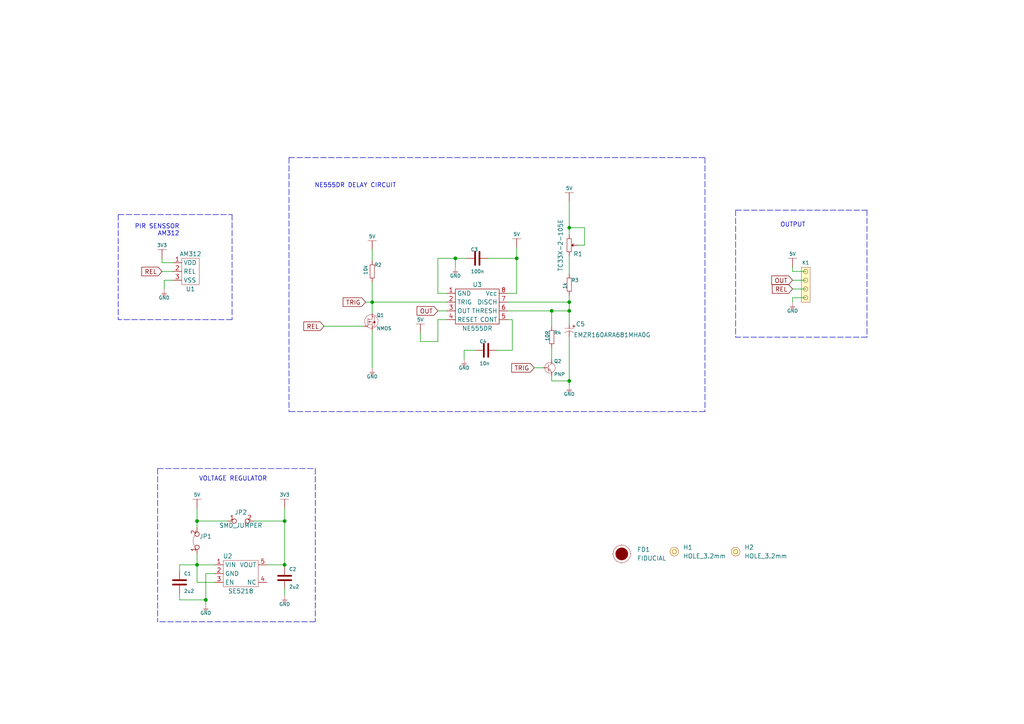
<source format=kicad_sch>
(kicad_sch (version 20211123) (generator eeschema)

  (uuid 302ae457-e87a-4ae6-ac38-0f2c833f3b14)

  (paper "A4")

  (title_block
    (title "PIR Movement sensor board")
    (date "28.02.2022.")
    (rev "v2.1.1.")
    (company "SOLDERED")
    (comment 1 "333083")
  )

  (lib_symbols
    (symbol "e-radionica.com schematics:0603C" (pin_numbers hide) (pin_names (offset 0.002)) (in_bom yes) (on_board yes)
      (property "Reference" "C" (id 0) (at -0.635 3.175 0)
        (effects (font (size 1 1)))
      )
      (property "Value" "0603C" (id 1) (at 0 -3.175 0)
        (effects (font (size 1 1)))
      )
      (property "Footprint" "e-radionica.com footprinti:0603C" (id 2) (at 0 0 0)
        (effects (font (size 1 1)) hide)
      )
      (property "Datasheet" "" (id 3) (at 0 0 0)
        (effects (font (size 1 1)) hide)
      )
      (symbol "0603C_0_1"
        (polyline
          (pts
            (xy -0.635 1.905)
            (xy -0.635 -1.905)
          )
          (stroke (width 0.5) (type default) (color 0 0 0 0))
          (fill (type none))
        )
        (polyline
          (pts
            (xy 0.635 1.905)
            (xy 0.635 -1.905)
          )
          (stroke (width 0.5) (type default) (color 0 0 0 0))
          (fill (type none))
        )
      )
      (symbol "0603C_1_1"
        (pin passive line (at -3.175 0 0) (length 2.54)
          (name "~" (effects (font (size 1.27 1.27))))
          (number "1" (effects (font (size 1.27 1.27))))
        )
        (pin passive line (at 3.175 0 180) (length 2.54)
          (name "~" (effects (font (size 1.27 1.27))))
          (number "2" (effects (font (size 1.27 1.27))))
        )
      )
    )
    (symbol "e-radionica.com schematics:0603R" (pin_numbers hide) (pin_names (offset 0.254)) (in_bom yes) (on_board yes)
      (property "Reference" "R" (id 0) (at -1.905 1.905 0)
        (effects (font (size 1 1)))
      )
      (property "Value" "0603R" (id 1) (at 0 -1.905 0)
        (effects (font (size 1 1)))
      )
      (property "Footprint" "e-radionica.com footprinti:0603R" (id 2) (at -0.635 1.905 0)
        (effects (font (size 1 1)) hide)
      )
      (property "Datasheet" "" (id 3) (at -0.635 1.905 0)
        (effects (font (size 1 1)) hide)
      )
      (symbol "0603R_0_1"
        (rectangle (start -1.905 -0.635) (end 1.905 -0.6604)
          (stroke (width 0.1) (type default) (color 0 0 0 0))
          (fill (type none))
        )
        (rectangle (start -1.905 0.635) (end -1.8796 -0.635)
          (stroke (width 0.1) (type default) (color 0 0 0 0))
          (fill (type none))
        )
        (rectangle (start -1.905 0.635) (end 1.905 0.6096)
          (stroke (width 0.1) (type default) (color 0 0 0 0))
          (fill (type none))
        )
        (rectangle (start 1.905 0.635) (end 1.9304 -0.635)
          (stroke (width 0.1) (type default) (color 0 0 0 0))
          (fill (type none))
        )
      )
      (symbol "0603R_1_1"
        (pin passive line (at -3.175 0 0) (length 1.27)
          (name "~" (effects (font (size 1.27 1.27))))
          (number "1" (effects (font (size 1.27 1.27))))
        )
        (pin passive line (at 3.175 0 180) (length 1.27)
          (name "~" (effects (font (size 1.27 1.27))))
          (number "2" (effects (font (size 1.27 1.27))))
        )
      )
    )
    (symbol "e-radionica.com schematics:3V3" (power) (pin_names (offset 0)) (in_bom yes) (on_board yes)
      (property "Reference" "#PWR" (id 0) (at 4.445 0 0)
        (effects (font (size 1 1)) hide)
      )
      (property "Value" "3V3" (id 1) (at 0 3.556 0)
        (effects (font (size 1 1)))
      )
      (property "Footprint" "" (id 2) (at 4.445 3.81 0)
        (effects (font (size 1 1)) hide)
      )
      (property "Datasheet" "" (id 3) (at 4.445 3.81 0)
        (effects (font (size 1 1)) hide)
      )
      (property "ki_keywords" "power-flag" (id 4) (at 0 0 0)
        (effects (font (size 1.27 1.27)) hide)
      )
      (property "ki_description" "Power symbol creates a global label with name \"+3V3\"" (id 5) (at 0 0 0)
        (effects (font (size 1.27 1.27)) hide)
      )
      (symbol "3V3_0_1"
        (polyline
          (pts
            (xy -1.27 2.54)
            (xy 1.27 2.54)
          )
          (stroke (width 0.0006) (type default) (color 0 0 0 0))
          (fill (type none))
        )
        (polyline
          (pts
            (xy 0 0)
            (xy 0 2.54)
          )
          (stroke (width 0) (type default) (color 0 0 0 0))
          (fill (type none))
        )
      )
      (symbol "3V3_1_1"
        (pin power_in line (at 0 0 90) (length 0) hide
          (name "3V3" (effects (font (size 1.27 1.27))))
          (number "1" (effects (font (size 1.27 1.27))))
        )
      )
    )
    (symbol "e-radionica.com schematics:5V" (power) (pin_names (offset 0)) (in_bom yes) (on_board yes)
      (property "Reference" "#PWR" (id 0) (at 4.445 0 0)
        (effects (font (size 1 1)) hide)
      )
      (property "Value" "5V" (id 1) (at 0 3.556 0)
        (effects (font (size 1 1)))
      )
      (property "Footprint" "" (id 2) (at 4.445 3.81 0)
        (effects (font (size 1 1)) hide)
      )
      (property "Datasheet" "" (id 3) (at 4.445 3.81 0)
        (effects (font (size 1 1)) hide)
      )
      (property "ki_keywords" "power-flag" (id 4) (at 0 0 0)
        (effects (font (size 1.27 1.27)) hide)
      )
      (property "ki_description" "Power symbol creates a global label with name \"5V\"" (id 5) (at 0 0 0)
        (effects (font (size 1.27 1.27)) hide)
      )
      (symbol "5V_0_1"
        (polyline
          (pts
            (xy -1.27 2.54)
            (xy 1.27 2.54)
          )
          (stroke (width 0.0006) (type default) (color 0 0 0 0))
          (fill (type none))
        )
        (polyline
          (pts
            (xy 0 0)
            (xy 0 2.54)
          )
          (stroke (width 0) (type default) (color 0 0 0 0))
          (fill (type none))
        )
      )
      (symbol "5V_1_1"
        (pin power_in line (at 0 0 90) (length 0) hide
          (name "5V" (effects (font (size 1.27 1.27))))
          (number "1" (effects (font (size 1.27 1.27))))
        )
      )
    )
    (symbol "e-radionica.com schematics:ELECTROLITIC_CAP_8x8x14.5" (pin_numbers hide) (pin_names hide) (in_bom yes) (on_board yes)
      (property "Reference" "C" (id 0) (at -1.27 2.54 0)
        (effects (font (size 1.27 1.27)))
      )
      (property "Value" "ELECTROLITIC_CAP_8x8x14.5" (id 1) (at 0 -2.54 0)
        (effects (font (size 1.27 1.27)))
      )
      (property "Footprint" "e-radionica.com footprinti:ELECTROLITIC_CAP_8x8x14.5" (id 2) (at 0 -5.08 0)
        (effects (font (size 1.27 1.27)) hide)
      )
      (property "Datasheet" "" (id 3) (at 0 0 0)
        (effects (font (size 1.27 1.27)) hide)
      )
      (symbol "ELECTROLITIC_CAP_8x8x14.5_0_0"
        (text "+" (at -1.905 1.27 0)
          (effects (font (size 1 1)))
        )
      )
      (symbol "ELECTROLITIC_CAP_8x8x14.5_0_1"
        (polyline
          (pts
            (xy -1.27 -1.27)
            (xy -1.27 1.27)
          )
          (stroke (width 0.0006) (type default) (color 0 0 0 0))
          (fill (type none))
        )
        (arc (start -0.0001 1.27) (mid -0.5261 0) (end -0.0001 -1.27)
          (stroke (width 0.0006) (type default) (color 0 0 0 0))
          (fill (type none))
        )
      )
      (symbol "ELECTROLITIC_CAP_8x8x14.5_1_1"
        (pin input line (at -2.54 0 0) (length 1.27)
          (name "+" (effects (font (size 1.27 1.27))))
          (number "1" (effects (font (size 1.27 1.27))))
        )
        (pin input line (at 1.27 0 180) (length 1.8)
          (name "-" (effects (font (size 1.27 1.27))))
          (number "2" (effects (font (size 1.27 1.27))))
        )
      )
    )
    (symbol "e-radionica.com schematics:FIDUCIAL" (in_bom no) (on_board yes)
      (property "Reference" "FD" (id 0) (at 0 3.81 0)
        (effects (font (size 1.27 1.27)))
      )
      (property "Value" "FIDUCIAL" (id 1) (at 0 -3.81 0)
        (effects (font (size 1.27 1.27)))
      )
      (property "Footprint" "e-radionica.com footprinti:FIDUCIAL_23" (id 2) (at 0.254 -5.334 0)
        (effects (font (size 1.27 1.27)) hide)
      )
      (property "Datasheet" "" (id 3) (at 0 0 0)
        (effects (font (size 1.27 1.27)) hide)
      )
      (symbol "FIDUCIAL_0_1"
        (polyline
          (pts
            (xy -2.54 0)
            (xy -2.794 0)
          )
          (stroke (width 0.0006) (type default) (color 0 0 0 0))
          (fill (type none))
        )
        (polyline
          (pts
            (xy 0 -2.54)
            (xy 0 -2.794)
          )
          (stroke (width 0.0006) (type default) (color 0 0 0 0))
          (fill (type none))
        )
        (polyline
          (pts
            (xy 0 2.54)
            (xy 0 2.794)
          )
          (stroke (width 0.0006) (type default) (color 0 0 0 0))
          (fill (type none))
        )
        (polyline
          (pts
            (xy 2.54 0)
            (xy 2.794 0)
          )
          (stroke (width 0.0006) (type default) (color 0 0 0 0))
          (fill (type none))
        )
        (circle (center 0 0) (radius 1.7961)
          (stroke (width 0.001) (type default) (color 0 0 0 0))
          (fill (type outline))
        )
        (circle (center 0 0) (radius 2.54)
          (stroke (width 0.0006) (type default) (color 0 0 0 0))
          (fill (type none))
        )
      )
    )
    (symbol "e-radionica.com schematics:GND" (power) (pin_names (offset 0)) (in_bom yes) (on_board yes)
      (property "Reference" "#PWR" (id 0) (at 4.445 0 0)
        (effects (font (size 1 1)) hide)
      )
      (property "Value" "GND" (id 1) (at 0 -2.921 0)
        (effects (font (size 1 1)))
      )
      (property "Footprint" "" (id 2) (at 4.445 3.81 0)
        (effects (font (size 1 1)) hide)
      )
      (property "Datasheet" "" (id 3) (at 4.445 3.81 0)
        (effects (font (size 1 1)) hide)
      )
      (property "ki_keywords" "power-flag" (id 4) (at 0 0 0)
        (effects (font (size 1.27 1.27)) hide)
      )
      (property "ki_description" "Power symbol creates a global label with name \"+3V3\"" (id 5) (at 0 0 0)
        (effects (font (size 1.27 1.27)) hide)
      )
      (symbol "GND_0_1"
        (polyline
          (pts
            (xy -0.762 -1.27)
            (xy 0.762 -1.27)
          )
          (stroke (width 0.0006) (type default) (color 0 0 0 0))
          (fill (type none))
        )
        (polyline
          (pts
            (xy -0.635 -1.524)
            (xy 0.635 -1.524)
          )
          (stroke (width 0.0006) (type default) (color 0 0 0 0))
          (fill (type none))
        )
        (polyline
          (pts
            (xy -0.381 -1.778)
            (xy 0.381 -1.778)
          )
          (stroke (width 0.0006) (type default) (color 0 0 0 0))
          (fill (type none))
        )
        (polyline
          (pts
            (xy -0.127 -2.032)
            (xy 0.127 -2.032)
          )
          (stroke (width 0.0006) (type default) (color 0 0 0 0))
          (fill (type none))
        )
        (polyline
          (pts
            (xy 0 0)
            (xy 0 -1.27)
          )
          (stroke (width 0.0006) (type default) (color 0 0 0 0))
          (fill (type none))
        )
      )
      (symbol "GND_1_1"
        (pin power_in line (at 0 0 270) (length 0) hide
          (name "GND" (effects (font (size 1.27 1.27))))
          (number "1" (effects (font (size 1.27 1.27))))
        )
      )
    )
    (symbol "e-radionica.com schematics:HEADER_MALE_4X1" (pin_numbers hide) (pin_names hide) (in_bom yes) (on_board yes)
      (property "Reference" "K" (id 0) (at -0.635 7.62 0)
        (effects (font (size 1 1)))
      )
      (property "Value" "HEADER_MALE_4X1" (id 1) (at 0 -5.08 0)
        (effects (font (size 1 1)))
      )
      (property "Footprint" "e-radionica.com footprinti:HEADER_MALE_4X1" (id 2) (at 0 -7.62 0)
        (effects (font (size 1 1)) hide)
      )
      (property "Datasheet" "" (id 3) (at 0 -2.54 0)
        (effects (font (size 1 1)) hide)
      )
      (symbol "HEADER_MALE_4X1_0_1"
        (circle (center 0 -2.54) (radius 0.635)
          (stroke (width 0.0006) (type default) (color 0 0 0 0))
          (fill (type none))
        )
        (circle (center 0 0) (radius 0.635)
          (stroke (width 0.0006) (type default) (color 0 0 0 0))
          (fill (type none))
        )
        (circle (center 0 2.54) (radius 0.635)
          (stroke (width 0.0006) (type default) (color 0 0 0 0))
          (fill (type none))
        )
        (circle (center 0 5.08) (radius 0.635)
          (stroke (width 0.0006) (type default) (color 0 0 0 0))
          (fill (type none))
        )
        (rectangle (start 1.27 -3.81) (end -1.27 6.35)
          (stroke (width 0.001) (type default) (color 0 0 0 0))
          (fill (type background))
        )
      )
      (symbol "HEADER_MALE_4X1_1_1"
        (pin passive line (at 0 -2.54 180) (length 0)
          (name "~" (effects (font (size 1 1))))
          (number "1" (effects (font (size 1 1))))
        )
        (pin passive line (at 0 0 180) (length 0)
          (name "~" (effects (font (size 1 1))))
          (number "2" (effects (font (size 1 1))))
        )
        (pin passive line (at 0 2.54 180) (length 0)
          (name "~" (effects (font (size 1 1))))
          (number "3" (effects (font (size 1 1))))
        )
        (pin passive line (at 0 5.08 180) (length 0)
          (name "~" (effects (font (size 1 1))))
          (number "4" (effects (font (size 1 1))))
        )
      )
    )
    (symbol "e-radionica.com schematics:HOLE_3.2mm" (pin_numbers hide) (pin_names hide) (in_bom yes) (on_board yes)
      (property "Reference" "H" (id 0) (at 0 2.54 0)
        (effects (font (size 1.27 1.27)))
      )
      (property "Value" "HOLE_3.2mm" (id 1) (at 0 -2.54 0)
        (effects (font (size 1.27 1.27)))
      )
      (property "Footprint" "e-radionica.com footprinti:HOLE_3.2mm" (id 2) (at 0 0 0)
        (effects (font (size 1.27 1.27)) hide)
      )
      (property "Datasheet" "" (id 3) (at 0 0 0)
        (effects (font (size 1.27 1.27)) hide)
      )
      (symbol "HOLE_3.2mm_0_1"
        (circle (center 0 0) (radius 0.635)
          (stroke (width 0.0006) (type default) (color 0 0 0 0))
          (fill (type none))
        )
        (circle (center 0 0) (radius 1.27)
          (stroke (width 0.001) (type default) (color 0 0 0 0))
          (fill (type background))
        )
      )
    )
    (symbol "e-radionica.com schematics:NE555DR" (in_bom yes) (on_board yes)
      (property "Reference" "U" (id 0) (at 0 6.35 0)
        (effects (font (size 1.27 1.27)))
      )
      (property "Value" "NE555DR" (id 1) (at 0 -6.35 0)
        (effects (font (size 1.27 1.27)))
      )
      (property "Footprint" "e-radionica.com footprinti:SOIC−8" (id 2) (at -6.35 -1.27 0)
        (effects (font (size 1.27 1.27)) hide)
      )
      (property "Datasheet" "" (id 3) (at -6.35 -1.27 0)
        (effects (font (size 1.27 1.27)) hide)
      )
      (symbol "NE555DR_0_1"
        (rectangle (start -7.62 3.81) (end -7.62 3.81)
          (stroke (width 0.1524) (type default) (color 0 0 0 0))
          (fill (type none))
        )
        (rectangle (start -6.35 5.08) (end 6.35 -5.08)
          (stroke (width 0.1524) (type default) (color 0 0 0 0))
          (fill (type none))
        )
      )
      (symbol "NE555DR_1_1"
        (pin input line (at -8.89 3.81 0) (length 2.54)
          (name "GND" (effects (font (size 1.27 1.27))))
          (number "1" (effects (font (size 1.27 1.27))))
        )
        (pin input line (at -8.89 1.27 0) (length 2.54)
          (name "TRIG" (effects (font (size 1.27 1.27))))
          (number "2" (effects (font (size 1.27 1.27))))
        )
        (pin input line (at -8.89 -1.27 0) (length 2.54)
          (name "OUT" (effects (font (size 1.27 1.27))))
          (number "3" (effects (font (size 1.27 1.27))))
        )
        (pin input line (at -8.89 -3.81 0) (length 2.54)
          (name "RESET" (effects (font (size 1.27 1.27))))
          (number "4" (effects (font (size 1.27 1.27))))
        )
        (pin input line (at 8.89 -3.81 180) (length 2.54)
          (name "CONT" (effects (font (size 1.27 1.27))))
          (number "5" (effects (font (size 1.27 1.27))))
        )
        (pin input line (at 8.89 -1.27 180) (length 2.54)
          (name "THRESH" (effects (font (size 1.27 1.27))))
          (number "6" (effects (font (size 1.27 1.27))))
        )
        (pin input line (at 8.89 1.27 180) (length 2.54)
          (name "DISCH" (effects (font (size 1.27 1.27))))
          (number "7" (effects (font (size 1.27 1.27))))
        )
        (pin input line (at 8.89 3.81 180) (length 2.54)
          (name "Vcc" (effects (font (size 1.27 1.27))))
          (number "8" (effects (font (size 1.27 1.27))))
        )
      )
    )
    (symbol "e-radionica.com schematics:NMOS-SOT-23-3" (pin_numbers hide) (pin_names hide) (in_bom yes) (on_board yes)
      (property "Reference" "Q" (id 0) (at -1.143 2.921 0)
        (effects (font (size 1 1)))
      )
      (property "Value" "NMOS-SOT-23-3" (id 1) (at 1.524 -3.937 0)
        (effects (font (size 1 1)))
      )
      (property "Footprint" "e-radionica.com footprinti:SOT-23-3" (id 2) (at 0 0 0)
        (effects (font (size 1 1)) hide)
      )
      (property "Datasheet" "" (id 3) (at 0 0 0)
        (effects (font (size 1 1)) hide)
      )
      (symbol "NMOS-SOT-23-3_0_1"
        (polyline
          (pts
            (xy 0 -1.27)
            (xy 0 1.016)
          )
          (stroke (width 0.0006) (type default) (color 0 0 0 0))
          (fill (type none))
        )
        (polyline
          (pts
            (xy 0.254 -1.016)
            (xy 0.254 -0.508)
          )
          (stroke (width 0.0006) (type default) (color 0 0 0 0))
          (fill (type none))
        )
        (polyline
          (pts
            (xy 0.254 -0.762)
            (xy 1.27 -0.762)
          )
          (stroke (width 0.0006) (type default) (color 0 0 0 0))
          (fill (type none))
        )
        (polyline
          (pts
            (xy 0.254 -0.254)
            (xy 0.254 0.254)
          )
          (stroke (width 0.0006) (type default) (color 0 0 0 0))
          (fill (type none))
        )
        (polyline
          (pts
            (xy 0.254 0.762)
            (xy 1.27 0.762)
          )
          (stroke (width 0.0006) (type default) (color 0 0 0 0))
          (fill (type none))
        )
        (polyline
          (pts
            (xy 0.254 1.016)
            (xy 0.254 0.508)
          )
          (stroke (width 0.0006) (type default) (color 0 0 0 0))
          (fill (type none))
        )
        (polyline
          (pts
            (xy 1.27 -1.27)
            (xy 1.27 -0.762)
          )
          (stroke (width 0.0006) (type default) (color 0 0 0 0))
          (fill (type none))
        )
        (polyline
          (pts
            (xy 1.27 0.762)
            (xy 1.27 1.27)
          )
          (stroke (width 0.0006) (type default) (color 0 0 0 0))
          (fill (type none))
        )
        (polyline
          (pts
            (xy 1.651 -0.254)
            (xy 1.905 0.127)
          )
          (stroke (width 0.2) (type default) (color 0 0 0 0))
          (fill (type none))
        )
        (polyline
          (pts
            (xy 1.651 0.127)
            (xy 2.159 0.127)
          )
          (stroke (width 0.0006) (type default) (color 0 0 0 0))
          (fill (type none))
        )
        (polyline
          (pts
            (xy 0.254 0)
            (xy 1.27 0)
            (xy 1.27 -0.762)
          )
          (stroke (width 0.0006) (type default) (color 0 0 0 0))
          (fill (type none))
        )
        (polyline
          (pts
            (xy 1.651 -0.254)
            (xy 2.159 -0.254)
            (xy 1.905 0.127)
          )
          (stroke (width 0.2) (type default) (color 0 0 0 0))
          (fill (type none))
        )
        (polyline
          (pts
            (xy 0.381 0)
            (xy 0.635 0.254)
            (xy 0.635 -0.254)
            (xy 0.381 0)
          )
          (stroke (width 0.0006) (type default) (color 0 0 0 0))
          (fill (type none))
        )
        (polyline
          (pts
            (xy 1.27 -1.27)
            (xy 1.905 -1.27)
            (xy 1.905 1.524)
            (xy 1.27 1.524)
          )
          (stroke (width 0.0006) (type default) (color 0 0 0 0))
          (fill (type none))
        )
        (circle (center 1.016 0.127) (radius 1.9716)
          (stroke (width 0.0006) (type default) (color 0 0 0 0))
          (fill (type none))
        )
      )
      (symbol "NMOS-SOT-23-3_1_1"
        (pin passive line (at -1.27 -1.27 0) (length 1.27)
          (name "G" (effects (font (size 1 1))))
          (number "1" (effects (font (size 1 1))))
        )
        (pin passive line (at 1.27 -2.54 90) (length 1.27)
          (name "S" (effects (font (size 1 1))))
          (number "2" (effects (font (size 1 1))))
        )
        (pin passive line (at 1.27 2.54 270) (length 1.27)
          (name "D" (effects (font (size 1 1))))
          (number "3" (effects (font (size 1 1))))
        )
      )
    )
    (symbol "e-radionica.com schematics:PIR_senzor" (in_bom yes) (on_board yes)
      (property "Reference" "U" (id 0) (at 0 5.08 0)
        (effects (font (size 1.27 1.27)))
      )
      (property "Value" "PIR_senzor" (id 1) (at 0 -5.08 0)
        (effects (font (size 1.27 1.27)))
      )
      (property "Footprint" "e-radionica.com footprinti:PIR_senzor" (id 2) (at 0 -7.62 0)
        (effects (font (size 1.27 1.27)) hide)
      )
      (property "Datasheet" "" (id 3) (at -6.35 0 0)
        (effects (font (size 1.27 1.27)) hide)
      )
      (symbol "PIR_senzor_0_1"
        (rectangle (start -2.54 3.81) (end 2.54 -3.81)
          (stroke (width 0.0006) (type default) (color 0 0 0 0))
          (fill (type none))
        )
      )
      (symbol "PIR_senzor_1_1"
        (pin input line (at -5.08 2.54 0) (length 2.54)
          (name "VDD" (effects (font (size 1.27 1.27))))
          (number "1" (effects (font (size 1.27 1.27))))
        )
        (pin input line (at -5.08 0 0) (length 2.54)
          (name "REL" (effects (font (size 1.27 1.27))))
          (number "2" (effects (font (size 1.27 1.27))))
        )
        (pin input line (at -5.08 -2.54 0) (length 2.54)
          (name "VSS" (effects (font (size 1.27 1.27))))
          (number "3" (effects (font (size 1.27 1.27))))
        )
      )
    )
    (symbol "e-radionica.com schematics:PNP-SOT-23-3" (pin_numbers hide) (pin_names hide) (in_bom yes) (on_board yes)
      (property "Reference" "Q" (id 0) (at -1.778 2.4892 0)
        (effects (font (size 1 1)))
      )
      (property "Value" "PNP-SOT-23-3" (id 1) (at -0.0508 -2.9464 0)
        (effects (font (size 1 1)))
      )
      (property "Footprint" "e-radionica.com footprinti:SOT-23-3" (id 2) (at 0 0 0)
        (effects (font (size 1 1)) hide)
      )
      (property "Datasheet" "" (id 3) (at 0 0 0)
        (effects (font (size 1 1)) hide)
      )
      (symbol "PNP-SOT-23-3_0_1"
        (circle (center -0.508 0) (radius 1.524)
          (stroke (width 0.0006) (type default) (color 0 0 0 0))
          (fill (type none))
        )
        (polyline
          (pts
            (xy -2.032 0)
            (xy -1.016 0)
          )
          (stroke (width 0.0006) (type default) (color 0 0 0 0))
          (fill (type none))
        )
        (polyline
          (pts
            (xy -1.016 0.381)
            (xy 0 1.27)
          )
          (stroke (width 0.0006) (type default) (color 0 0 0 0))
          (fill (type none))
        )
        (polyline
          (pts
            (xy -1.016 1.016)
            (xy -1.016 -1.016)
          )
          (stroke (width 0.0006) (type default) (color 0 0 0 0))
          (fill (type none))
        )
        (polyline
          (pts
            (xy -0.508 -0.762)
            (xy 0 -1.27)
          )
          (stroke (width 0.1) (type default) (color 0 0 0 0))
          (fill (type none))
        )
        (polyline
          (pts
            (xy -0.381 -0.508)
            (xy -0.762 -0.889)
            (xy -0.9906 -0.2794)
            (xy -0.381 -0.508)
          )
          (stroke (width 0.0006) (type default) (color 0 0 0 0))
          (fill (type none))
        )
      )
      (symbol "PNP-SOT-23-3_1_1"
        (pin passive line (at -2.54 0 0) (length 1.27)
          (name "B" (effects (font (size 1 1))))
          (number "1" (effects (font (size 1 1))))
        )
        (pin passive line (at 0 -2.54 90) (length 1.27)
          (name "E" (effects (font (size 1 1))))
          (number "2" (effects (font (size 1 1))))
        )
        (pin passive line (at 0 2.54 270) (length 1.27)
          (name "C" (effects (font (size 1 1))))
          (number "3" (effects (font (size 1 1))))
        )
      )
    )
    (symbol "e-radionica.com schematics:SE5218" (in_bom yes) (on_board yes)
      (property "Reference" "U" (id 0) (at -3.81 5.08 0)
        (effects (font (size 1.27 1.27)))
      )
      (property "Value" "SE5218" (id 1) (at 0 -5.08 0)
        (effects (font (size 1.27 1.27)))
      )
      (property "Footprint" "e-radionica.com footprinti:SOT-23-5" (id 2) (at 0 0 0)
        (effects (font (size 1.27 1.27)) hide)
      )
      (property "Datasheet" "" (id 3) (at 0 0 0)
        (effects (font (size 1.27 1.27)) hide)
      )
      (symbol "SE5218_0_1"
        (rectangle (start -5.08 3.81) (end 5.08 -3.81)
          (stroke (width 0.0006) (type default) (color 0 0 0 0))
          (fill (type none))
        )
      )
      (symbol "SE5218_1_1"
        (pin power_in line (at -7.62 2.54 0) (length 2.54)
          (name "VIN" (effects (font (size 1.27 1.27))))
          (number "1" (effects (font (size 1.27 1.27))))
        )
        (pin power_in line (at -7.62 0 0) (length 2.54)
          (name "GND" (effects (font (size 1.27 1.27))))
          (number "2" (effects (font (size 1.27 1.27))))
        )
        (pin input line (at -7.62 -2.54 0) (length 2.54)
          (name "EN" (effects (font (size 1.27 1.27))))
          (number "3" (effects (font (size 1.27 1.27))))
        )
        (pin passive line (at 7.62 -2.54 180) (length 2.54)
          (name "NC" (effects (font (size 1.27 1.27))))
          (number "4" (effects (font (size 1.27 1.27))))
        )
        (pin power_out line (at 7.62 2.54 180) (length 2.54)
          (name "VOUT" (effects (font (size 1.27 1.27))))
          (number "5" (effects (font (size 1.27 1.27))))
        )
      )
    )
    (symbol "e-radionica.com schematics:SMD-JUMPER-CONNECTED_TRACE_SLODERMASK" (in_bom yes) (on_board yes)
      (property "Reference" "JP" (id 0) (at 0 3.556 0)
        (effects (font (size 1.27 1.27)))
      )
      (property "Value" "SMD-JUMPER-CONNECTED_TRACE_SLODERMASK" (id 1) (at 0 -2.54 0)
        (effects (font (size 1.27 1.27)))
      )
      (property "Footprint" "e-radionica.com footprinti:SMD-JUMPER-CONNECTED_TRACE_SLODERMASK" (id 2) (at 0 -5.715 0)
        (effects (font (size 1.27 1.27)) hide)
      )
      (property "Datasheet" "" (id 3) (at 0 0 0)
        (effects (font (size 1.27 1.27)) hide)
      )
      (symbol "SMD-JUMPER-CONNECTED_TRACE_SLODERMASK_0_1"
        (arc (start 1.5845 0.5996) (mid -0.0202 1.1519) (end -1.6159 0.5742)
          (stroke (width 0.0006) (type default) (color 0 0 0 0))
          (fill (type none))
        )
      )
      (symbol "SMD-JUMPER-CONNECTED_TRACE_SLODERMASK_1_1"
        (pin passive inverted (at -3.81 0 0) (length 2.54)
          (name "" (effects (font (size 1.27 1.27))))
          (number "1" (effects (font (size 1.27 1.27))))
        )
        (pin passive inverted (at 3.81 0 180) (length 2.54)
          (name "" (effects (font (size 1.27 1.27))))
          (number "2" (effects (font (size 1.27 1.27))))
        )
      )
    )
    (symbol "e-radionica.com schematics:SMD_JUMPER" (in_bom yes) (on_board yes)
      (property "Reference" "JP" (id 0) (at 0 1.397 0)
        (effects (font (size 1.27 1.27)))
      )
      (property "Value" "SMD_JUMPER" (id 1) (at 0.508 -3.048 0)
        (effects (font (size 1.27 1.27)))
      )
      (property "Footprint" "e-radionica.com footprinti:SMD_JUMPER" (id 2) (at 0 0 0)
        (effects (font (size 1.27 1.27)) hide)
      )
      (property "Datasheet" "" (id 3) (at 0 0 0)
        (effects (font (size 1.27 1.27)) hide)
      )
      (symbol "SMD_JUMPER_1_1"
        (pin passive inverted (at -3.81 0 0) (length 2.54)
          (name "" (effects (font (size 1.27 1.27))))
          (number "1" (effects (font (size 1.27 1.27))))
        )
        (pin passive inverted (at 3.81 0 180) (length 2.54)
          (name "" (effects (font (size 1.27 1.27))))
          (number "2" (effects (font (size 1.27 1.27))))
        )
      )
    )
    (symbol "e-radionica.com schematics:tc33x-2-103e_1" (pin_numbers hide) (pin_names hide) (in_bom yes) (on_board yes)
      (property "Reference" "R" (id 0) (at -1.778 3.302 0)
        (effects (font (size 1.27 1.27)))
      )
      (property "Value" "tc33x-2-103e" (id 1) (at 0 -2.54 0)
        (effects (font (size 1.27 1.27)))
      )
      (property "Footprint" "e-radionica.com footprinti:tc33x-2-103e" (id 2) (at 0 -5.08 0)
        (effects (font (size 1.27 1.27)) hide)
      )
      (property "Datasheet" "" (id 3) (at -0.0508 -0.0508 0)
        (effects (font (size 1.27 1.27)) hide)
      )
      (symbol "tc33x-2-103e_1_0_1"
        (rectangle (start -1.905 -0.635) (end 1.905 -0.6604)
          (stroke (width 0.1) (type default) (color 0 0 0 0))
          (fill (type none))
        )
        (rectangle (start -1.905 0.635) (end -1.8796 -0.635)
          (stroke (width 0.1) (type default) (color 0 0 0 0))
          (fill (type none))
        )
        (rectangle (start -1.905 0.635) (end 1.905 0.6096)
          (stroke (width 0.1) (type default) (color 0 0 0 0))
          (fill (type none))
        )
        (polyline
          (pts
            (xy -0.4318 1.1684)
            (xy 0.4826 1.1684)
            (xy 0 0.635)
            (xy -0.4064 1.0922)
            (xy -0.4826 1.1684)
            (xy 0 0.7874)
            (xy 0.3048 1.1176)
            (xy -0.254 1.0668)
            (xy 0.0254 0.8636)
            (xy 0.0762 1.0414)
            (xy -0.0254 0.9652)
          )
          (stroke (width 0.0006) (type default) (color 0 0 0 0))
          (fill (type none))
        )
        (rectangle (start 1.905 0.635) (end 1.9304 -0.635)
          (stroke (width 0.1) (type default) (color 0 0 0 0))
          (fill (type none))
        )
      )
      (symbol "tc33x-2-103e_1_1_1"
        (pin passive line (at -3.175 0 0) (length 1.27)
          (name "~" (effects (font (size 1.27 1.27))))
          (number "1" (effects (font (size 1.27 1.27))))
        )
        (pin passive line (at 0 2.54 270) (length 1.27)
          (name "" (effects (font (size 1.27 1.27))))
          (number "2" (effects (font (size 1.27 1.27))))
        )
        (pin passive line (at 3.175 0 180) (length 1.27)
          (name "~" (effects (font (size 1.27 1.27))))
          (number "3" (effects (font (size 1.27 1.27))))
        )
      )
    )
  )

  (junction (at 165.1 110.49) (diameter 0.9144) (color 0 0 0 0)
    (uuid 01e9b6e7-adf9-4ee7-9447-a588630ee4a2)
  )
  (junction (at 82.55 151.13) (diameter 0.9144) (color 0 0 0 0)
    (uuid 0755aee5-bc01-4cb5-b830-583289df50a3)
  )
  (junction (at 165.1 66.04) (diameter 0.9144) (color 0 0 0 0)
    (uuid 16bd6381-8ac0-4bf2-9dce-ecc20c724b8d)
  )
  (junction (at 82.55 163.83) (diameter 0.9144) (color 0 0 0 0)
    (uuid 4a21e717-d46d-4d9e-8b98-af4ecb02d3ec)
  )
  (junction (at 165.1 90.17) (diameter 0.9144) (color 0 0 0 0)
    (uuid 4f66b314-0f62-4fb6-8c3c-f9c6a75cd3ec)
  )
  (junction (at 59.69 173.99) (diameter 0.9144) (color 0 0 0 0)
    (uuid 4fb21471-41be-4be8-9687-66030f97befc)
  )
  (junction (at 132.08 74.93) (diameter 0.9144) (color 0 0 0 0)
    (uuid 60dcd1fe-7079-4cb8-b509-04558ccf5097)
  )
  (junction (at 57.15 163.83) (diameter 0.9144) (color 0 0 0 0)
    (uuid 7599133e-c681-4202-85d9-c20dac196c64)
  )
  (junction (at 160.02 90.17) (diameter 0.9144) (color 0 0 0 0)
    (uuid 85b7594c-358f-454b-b2ad-dd0b1d67ed76)
  )
  (junction (at 165.1 87.63) (diameter 0.9144) (color 0 0 0 0)
    (uuid a5cd8da1-8f7f-4f80-bb23-0317de562222)
  )
  (junction (at 149.86 74.93) (diameter 0.9144) (color 0 0 0 0)
    (uuid c5eb1e4c-ce83-470e-8f32-e20ff1f886a3)
  )
  (junction (at 57.15 151.13) (diameter 0.9144) (color 0 0 0 0)
    (uuid dde51ae5-b215-445e-92bb-4a12ec410531)
  )
  (junction (at 107.95 87.63) (diameter 0.9144) (color 0 0 0 0)
    (uuid ec31c074-17b2-48e1-ab01-071acad3fa04)
  )

  (wire (pts (xy 62.23 168.91) (xy 57.15 168.91))
    (stroke (width 0) (type solid) (color 0 0 0 0))
    (uuid 08705356-c1e5-4a3c-8c54-67732e9301d2)
  )
  (polyline (pts (xy 83.82 45.72) (xy 83.82 119.38))
    (stroke (width 0) (type dash) (color 0 0 0 0))
    (uuid 09f00adf-b3ba-4fee-bd6f-3a9667d8938d)
  )
  (polyline (pts (xy 83.82 45.72) (xy 204.47 45.72))
    (stroke (width 0) (type dash) (color 0 0 0 0))
    (uuid 09f00adf-b3ba-4fee-bd6f-3a9667d8938e)
  )
  (polyline (pts (xy 204.47 45.72) (xy 204.47 119.38))
    (stroke (width 0) (type dash) (color 0 0 0 0))
    (uuid 09f00adf-b3ba-4fee-bd6f-3a9667d8938f)
  )
  (polyline (pts (xy 204.47 119.38) (xy 83.82 119.38))
    (stroke (width 0) (type dash) (color 0 0 0 0))
    (uuid 09f00adf-b3ba-4fee-bd6f-3a9667d89390)
  )

  (wire (pts (xy 147.32 90.17) (xy 160.02 90.17))
    (stroke (width 0) (type solid) (color 0 0 0 0))
    (uuid 0bc5c443-7340-4488-b089-c7c27f134ed0)
  )
  (wire (pts (xy 160.02 90.17) (xy 165.1 90.17))
    (stroke (width 0) (type solid) (color 0 0 0 0))
    (uuid 0bc5c443-7340-4488-b089-c7c27f134ed1)
  )
  (wire (pts (xy 165.1 90.17) (xy 165.1 93.98))
    (stroke (width 0) (type solid) (color 0 0 0 0))
    (uuid 0bc5c443-7340-4488-b089-c7c27f134ed2)
  )
  (wire (pts (xy 57.15 151.13) (xy 66.04 151.13))
    (stroke (width 0) (type solid) (color 0 0 0 0))
    (uuid 0befbbb7-821b-44e9-b21d-23e7bd308f60)
  )
  (wire (pts (xy 149.86 71.755) (xy 149.86 74.93))
    (stroke (width 0) (type solid) (color 0 0 0 0))
    (uuid 10d1aad2-83ee-4a7b-941f-afc9ab7ce89e)
  )
  (wire (pts (xy 165.1 97.79) (xy 165.1 110.49))
    (stroke (width 0) (type solid) (color 0 0 0 0))
    (uuid 164633fd-bca4-4dbb-98a8-5793ab4fb40e)
  )
  (wire (pts (xy 165.1 110.49) (xy 165.1 111.76))
    (stroke (width 0) (type solid) (color 0 0 0 0))
    (uuid 164633fd-bca4-4dbb-98a8-5793ab4fb40f)
  )
  (wire (pts (xy 160.02 100.965) (xy 160.02 104.14))
    (stroke (width 0) (type solid) (color 0 0 0 0))
    (uuid 16599880-e2d6-43dd-ac31-2cd84f51dc49)
  )
  (wire (pts (xy 46.99 76.2) (xy 46.99 74.93))
    (stroke (width 0) (type solid) (color 0 0 0 0))
    (uuid 20b53099-82cf-48d8-8314-8fd61a0ad0e0)
  )
  (wire (pts (xy 50.165 76.2) (xy 46.99 76.2))
    (stroke (width 0) (type solid) (color 0 0 0 0))
    (uuid 20b53099-82cf-48d8-8314-8fd61a0ad0e1)
  )
  (wire (pts (xy 165.1 74.295) (xy 165.1 79.375))
    (stroke (width 0) (type solid) (color 0 0 0 0))
    (uuid 29258a1f-f3eb-4717-93a3-1c4aa8fc8bf8)
  )
  (wire (pts (xy 82.55 151.13) (xy 82.55 163.83))
    (stroke (width 0) (type solid) (color 0 0 0 0))
    (uuid 2cbf9ad1-36b1-488b-981d-1e32be12ac76)
  )
  (polyline (pts (xy 45.72 135.89) (xy 45.72 180.34))
    (stroke (width 0) (type dash) (color 0 0 0 0))
    (uuid 2ed72892-889f-4649-bd47-5f7fa0418573)
  )
  (polyline (pts (xy 45.72 135.89) (xy 91.44 135.89))
    (stroke (width 0) (type dash) (color 0 0 0 0))
    (uuid 2ed72892-889f-4649-bd47-5f7fa0418574)
  )
  (polyline (pts (xy 91.44 135.89) (xy 91.44 180.34))
    (stroke (width 0) (type dash) (color 0 0 0 0))
    (uuid 2ed72892-889f-4649-bd47-5f7fa0418575)
  )
  (polyline (pts (xy 91.44 180.34) (xy 45.72 180.34))
    (stroke (width 0) (type dash) (color 0 0 0 0))
    (uuid 2ed72892-889f-4649-bd47-5f7fa0418576)
  )

  (wire (pts (xy 165.1 85.725) (xy 165.1 87.63))
    (stroke (width 0) (type solid) (color 0 0 0 0))
    (uuid 2fed8ea8-fb25-4ea6-8ba0-d37721b3ba11)
  )
  (wire (pts (xy 144.145 101.6) (xy 148.59 101.6))
    (stroke (width 0) (type solid) (color 0 0 0 0))
    (uuid 30ffed96-9e1a-4717-aa35-d6bc053ec7be)
  )
  (wire (pts (xy 107.95 72.39) (xy 107.95 75.565))
    (stroke (width 0) (type solid) (color 0 0 0 0))
    (uuid 32c8e681-48fc-46da-bf9e-70addb471a1e)
  )
  (wire (pts (xy 165.1 87.63) (xy 165.1 90.17))
    (stroke (width 0) (type solid) (color 0 0 0 0))
    (uuid 4297cff9-fe8c-4676-9fcb-7ec6f53b81c6)
  )
  (wire (pts (xy 154.94 106.68) (xy 157.48 106.68))
    (stroke (width 0) (type solid) (color 0 0 0 0))
    (uuid 43f81d39-99df-4fb7-a91b-4b99d3ae2799)
  )
  (wire (pts (xy 57.15 151.13) (xy 57.15 153.035))
    (stroke (width 0) (type solid) (color 0 0 0 0))
    (uuid 48084e6b-6f63-4a5a-a46b-364ad6d4af64)
  )
  (wire (pts (xy 73.66 151.13) (xy 82.55 151.13))
    (stroke (width 0) (type solid) (color 0 0 0 0))
    (uuid 4b0e1237-3a89-45ba-9075-50949e88652b)
  )
  (polyline (pts (xy 34.29 62.23) (xy 34.29 92.71))
    (stroke (width 0) (type dash) (color 0 0 0 0))
    (uuid 4b1e1e9d-68be-435b-a85e-5a6f6c58c98e)
  )
  (polyline (pts (xy 34.29 62.23) (xy 67.31 62.23))
    (stroke (width 0) (type dash) (color 0 0 0 0))
    (uuid 4b1e1e9d-68be-435b-a85e-5a6f6c58c98f)
  )
  (polyline (pts (xy 67.31 62.23) (xy 67.31 92.71))
    (stroke (width 0) (type dash) (color 0 0 0 0))
    (uuid 4b1e1e9d-68be-435b-a85e-5a6f6c58c990)
  )
  (polyline (pts (xy 67.31 92.71) (xy 34.29 92.71))
    (stroke (width 0) (type dash) (color 0 0 0 0))
    (uuid 4b1e1e9d-68be-435b-a85e-5a6f6c58c991)
  )

  (wire (pts (xy 107.95 87.63) (xy 107.95 90.805))
    (stroke (width 0) (type solid) (color 0 0 0 0))
    (uuid 4c3b547f-43fa-46fd-b5ce-fd76d11a4fb1)
  )
  (wire (pts (xy 107.95 95.885) (xy 107.95 106.68))
    (stroke (width 0) (type solid) (color 0 0 0 0))
    (uuid 502832cc-d2cd-4239-a47f-8ecb939bf2f2)
  )
  (polyline (pts (xy 213.36 60.96) (xy 213.36 97.79))
    (stroke (width 0) (type dash) (color 0 0 0 0))
    (uuid 50880fc8-63b0-4ea1-9eac-007c84032325)
  )
  (polyline (pts (xy 213.36 60.96) (xy 251.46 60.96))
    (stroke (width 0) (type dash) (color 0 0 0 0))
    (uuid 50880fc8-63b0-4ea1-9eac-007c84032326)
  )
  (polyline (pts (xy 251.46 60.96) (xy 251.46 97.79))
    (stroke (width 0) (type dash) (color 0 0 0 0))
    (uuid 50880fc8-63b0-4ea1-9eac-007c84032327)
  )
  (polyline (pts (xy 251.46 97.79) (xy 213.36 97.79))
    (stroke (width 0) (type dash) (color 0 0 0 0))
    (uuid 50880fc8-63b0-4ea1-9eac-007c84032328)
  )

  (wire (pts (xy 46.99 78.74) (xy 50.165 78.74))
    (stroke (width 0) (type solid) (color 0 0 0 0))
    (uuid 5157ded1-94f1-4a0c-a13c-422d6b338ca1)
  )
  (wire (pts (xy 167.64 71.12) (xy 169.545 71.12))
    (stroke (width 0) (type solid) (color 0 0 0 0))
    (uuid 52ec8d8f-4134-4f95-8647-f3b9e74ffcc5)
  )
  (wire (pts (xy 169.545 66.04) (xy 165.1 66.04))
    (stroke (width 0) (type solid) (color 0 0 0 0))
    (uuid 52ec8d8f-4134-4f95-8647-f3b9e74ffcc6)
  )
  (wire (pts (xy 169.545 71.12) (xy 169.545 66.04))
    (stroke (width 0) (type solid) (color 0 0 0 0))
    (uuid 52ec8d8f-4134-4f95-8647-f3b9e74ffcc7)
  )
  (wire (pts (xy 160.02 90.17) (xy 160.02 94.615))
    (stroke (width 0) (type solid) (color 0 0 0 0))
    (uuid 56880acf-d0c0-40da-ac2b-6a0e84063b1e)
  )
  (wire (pts (xy 127 90.17) (xy 129.54 90.17))
    (stroke (width 0) (type solid) (color 0 0 0 0))
    (uuid 5f0f3d18-3cf4-4b39-99a7-f21d469add1f)
  )
  (wire (pts (xy 52.07 173.99) (xy 59.69 173.99))
    (stroke (width 0) (type solid) (color 0 0 0 0))
    (uuid 678135f8-700b-4b0f-8ce0-b0e46afeace6)
  )
  (wire (pts (xy 165.1 58.42) (xy 165.1 66.04))
    (stroke (width 0) (type solid) (color 0 0 0 0))
    (uuid 751fb0fa-490b-4fbf-88ed-4736eaf3e40c)
  )
  (wire (pts (xy 165.1 66.04) (xy 165.1 67.945))
    (stroke (width 0) (type solid) (color 0 0 0 0))
    (uuid 751fb0fa-490b-4fbf-88ed-4736eaf3e40d)
  )
  (wire (pts (xy 147.32 87.63) (xy 165.1 87.63))
    (stroke (width 0) (type solid) (color 0 0 0 0))
    (uuid 762f8a8b-bb8d-4c70-b10f-36550150dae4)
  )
  (wire (pts (xy 57.15 160.655) (xy 57.15 163.83))
    (stroke (width 0) (type solid) (color 0 0 0 0))
    (uuid 77525ca4-3fbe-48a4-9888-4ed6e55ef0cf)
  )
  (wire (pts (xy 59.69 173.99) (xy 59.69 175.26))
    (stroke (width 0) (type solid) (color 0 0 0 0))
    (uuid 7fd5c543-3e7c-47ac-aa68-da80f4c8e00f)
  )
  (wire (pts (xy 82.55 170.815) (xy 82.55 172.72))
    (stroke (width 0) (type solid) (color 0 0 0 0))
    (uuid 830b997b-de01-4af1-a007-613dfbb6669b)
  )
  (wire (pts (xy 106.045 87.63) (xy 107.95 87.63))
    (stroke (width 0) (type solid) (color 0 0 0 0))
    (uuid 88bfd966-33fb-4b83-90e2-3157c0b11442)
  )
  (wire (pts (xy 82.55 151.13) (xy 82.55 147.32))
    (stroke (width 0) (type solid) (color 0 0 0 0))
    (uuid 9cee23bf-23d5-46da-9a5d-d9b32148d112)
  )
  (wire (pts (xy 62.23 166.37) (xy 59.69 166.37))
    (stroke (width 0) (type solid) (color 0 0 0 0))
    (uuid a19d9731-6c20-42ec-ae22-443fe0d3399f)
  )
  (wire (pts (xy 52.07 172.085) (xy 52.07 173.99))
    (stroke (width 0) (type solid) (color 0 0 0 0))
    (uuid a30eb737-f2a2-4fdf-b020-277a2a158406)
  )
  (wire (pts (xy 147.32 85.09) (xy 149.86 85.09))
    (stroke (width 0) (type solid) (color 0 0 0 0))
    (uuid aad507ef-e9fb-482a-a8e5-417d971a53f2)
  )
  (wire (pts (xy 149.86 74.93) (xy 149.86 85.09))
    (stroke (width 0) (type solid) (color 0 0 0 0))
    (uuid aad507ef-e9fb-482a-a8e5-417d971a53f3)
  )
  (wire (pts (xy 107.95 81.915) (xy 107.95 87.63))
    (stroke (width 0) (type solid) (color 0 0 0 0))
    (uuid afb531b4-05e9-4e6b-8b76-c68cfa53b680)
  )
  (wire (pts (xy 52.07 165.735) (xy 52.07 163.83))
    (stroke (width 0) (type solid) (color 0 0 0 0))
    (uuid b810a327-d25d-4dc6-b840-2aae367b4106)
  )
  (wire (pts (xy 93.98 94.615) (xy 105.41 94.615))
    (stroke (width 0) (type solid) (color 0 0 0 0))
    (uuid bf1792a1-9a0e-462a-a2df-5fcad2e48dae)
  )
  (wire (pts (xy 129.54 85.09) (xy 127 85.09))
    (stroke (width 0) (type solid) (color 0 0 0 0))
    (uuid bf97f22e-bea6-42cf-b64a-6323900c4b93)
  )
  (wire (pts (xy 77.47 163.83) (xy 82.55 163.83))
    (stroke (width 0) (type solid) (color 0 0 0 0))
    (uuid bfaef655-cc23-4ce7-b84b-77e38c08b035)
  )
  (wire (pts (xy 134.62 101.6) (xy 134.62 104.14))
    (stroke (width 0) (type solid) (color 0 0 0 0))
    (uuid c3fbd17a-5765-4487-b0fb-6c6c2a4d2078)
  )
  (wire (pts (xy 137.795 101.6) (xy 134.62 101.6))
    (stroke (width 0) (type solid) (color 0 0 0 0))
    (uuid c3fbd17a-5765-4487-b0fb-6c6c2a4d2079)
  )
  (wire (pts (xy 57.15 147.32) (xy 57.15 151.13))
    (stroke (width 0) (type solid) (color 0 0 0 0))
    (uuid c5e0ca19-f7ba-4519-a968-27e74d6ac5ee)
  )
  (wire (pts (xy 107.95 87.63) (xy 129.54 87.63))
    (stroke (width 0) (type solid) (color 0 0 0 0))
    (uuid c6a97427-163d-4cd2-a063-fe45ab4ef852)
  )
  (wire (pts (xy 121.92 99.06) (xy 121.92 96.52))
    (stroke (width 0) (type solid) (color 0 0 0 0))
    (uuid c7c58b3a-8a6f-4baf-bbfa-0796dddcf976)
  )
  (wire (pts (xy 127 92.71) (xy 127 99.06))
    (stroke (width 0) (type solid) (color 0 0 0 0))
    (uuid c7c58b3a-8a6f-4baf-bbfa-0796dddcf977)
  )
  (wire (pts (xy 127 99.06) (xy 121.92 99.06))
    (stroke (width 0) (type solid) (color 0 0 0 0))
    (uuid c7c58b3a-8a6f-4baf-bbfa-0796dddcf978)
  )
  (wire (pts (xy 129.54 92.71) (xy 127 92.71))
    (stroke (width 0) (type solid) (color 0 0 0 0))
    (uuid c7c58b3a-8a6f-4baf-bbfa-0796dddcf979)
  )
  (wire (pts (xy 47.625 81.28) (xy 47.625 83.82))
    (stroke (width 0) (type solid) (color 0 0 0 0))
    (uuid c9697760-7753-4c3d-817c-e171b02809a5)
  )
  (wire (pts (xy 50.165 81.28) (xy 47.625 81.28))
    (stroke (width 0) (type solid) (color 0 0 0 0))
    (uuid c9697760-7753-4c3d-817c-e171b02809a6)
  )
  (wire (pts (xy 229.87 81.28) (xy 233.68 81.28))
    (stroke (width 0) (type solid) (color 0 0 0 0))
    (uuid cabcb3b9-0cbd-414b-956c-027f5c924c13)
  )
  (wire (pts (xy 62.23 163.83) (xy 57.15 163.83))
    (stroke (width 0) (type solid) (color 0 0 0 0))
    (uuid cfa54471-ef79-4fa8-9cff-a7e367bbbce6)
  )
  (wire (pts (xy 229.87 83.82) (xy 233.68 83.82))
    (stroke (width 0) (type solid) (color 0 0 0 0))
    (uuid d0d8b188-f2ff-4488-b94d-f477306ff71a)
  )
  (wire (pts (xy 52.07 163.83) (xy 57.15 163.83))
    (stroke (width 0) (type solid) (color 0 0 0 0))
    (uuid d1388d31-e774-4aa5-abb7-5975b38696dc)
  )
  (wire (pts (xy 147.32 92.71) (xy 148.59 92.71))
    (stroke (width 0) (type solid) (color 0 0 0 0))
    (uuid d639d2b5-b3f5-44ce-bd45-187140f82555)
  )
  (wire (pts (xy 148.59 92.71) (xy 148.59 101.6))
    (stroke (width 0) (type solid) (color 0 0 0 0))
    (uuid d639d2b5-b3f5-44ce-bd45-187140f82556)
  )
  (wire (pts (xy 132.08 74.93) (xy 135.255 74.93))
    (stroke (width 0) (type solid) (color 0 0 0 0))
    (uuid dae51a0d-fdab-4b4c-8c6e-00d16f5b33d9)
  )
  (wire (pts (xy 127 74.93) (xy 132.08 74.93))
    (stroke (width 0) (type solid) (color 0 0 0 0))
    (uuid dc9a2341-629a-4fdb-bea3-8f6f32d92c71)
  )
  (wire (pts (xy 127 85.09) (xy 127 74.93))
    (stroke (width 0) (type solid) (color 0 0 0 0))
    (uuid dc9a2341-629a-4fdb-bea3-8f6f32d92c72)
  )
  (wire (pts (xy 132.08 74.93) (xy 132.08 77.47))
    (stroke (width 0) (type solid) (color 0 0 0 0))
    (uuid dc9a2341-629a-4fdb-bea3-8f6f32d92c73)
  )
  (wire (pts (xy 59.69 166.37) (xy 59.69 173.99))
    (stroke (width 0) (type solid) (color 0 0 0 0))
    (uuid df4cc176-d476-42f5-85a7-4ebcbb04d643)
  )
  (wire (pts (xy 82.55 163.83) (xy 82.55 164.465))
    (stroke (width 0) (type solid) (color 0 0 0 0))
    (uuid e386a3f6-ffcb-4156-91f3-f72129b4d8be)
  )
  (wire (pts (xy 229.87 86.36) (xy 229.87 87.63))
    (stroke (width 0) (type solid) (color 0 0 0 0))
    (uuid e4d35841-d75d-4eaa-a1ca-72bff61d0d36)
  )
  (wire (pts (xy 233.68 86.36) (xy 229.87 86.36))
    (stroke (width 0) (type solid) (color 0 0 0 0))
    (uuid e4d35841-d75d-4eaa-a1ca-72bff61d0d37)
  )
  (wire (pts (xy 57.15 168.91) (xy 57.15 163.83))
    (stroke (width 0) (type solid) (color 0 0 0 0))
    (uuid eacc7496-5399-4abc-8a86-6f82d8282e92)
  )
  (wire (pts (xy 160.02 109.22) (xy 160.02 110.49))
    (stroke (width 0) (type solid) (color 0 0 0 0))
    (uuid f4bb099e-56fa-4fa2-9e1e-6e847921578c)
  )
  (wire (pts (xy 160.02 110.49) (xy 165.1 110.49))
    (stroke (width 0) (type solid) (color 0 0 0 0))
    (uuid f4bb099e-56fa-4fa2-9e1e-6e847921578d)
  )
  (wire (pts (xy 141.605 74.93) (xy 149.86 74.93))
    (stroke (width 0) (type solid) (color 0 0 0 0))
    (uuid f77efbdd-871b-45d9-95c6-370ee12ed11b)
  )
  (wire (pts (xy 229.87 78.74) (xy 229.87 77.47))
    (stroke (width 0) (type solid) (color 0 0 0 0))
    (uuid ff6b8e71-3c07-485a-af6e-fb33fb8fd048)
  )
  (wire (pts (xy 233.68 78.74) (xy 229.87 78.74))
    (stroke (width 0) (type solid) (color 0 0 0 0))
    (uuid ff6b8e71-3c07-485a-af6e-fb33fb8fd049)
  )

  (text "NE555DR DELAY CIRCUIT" (at 114.935 54.61 180)
    (effects (font (size 1.27 1.27)) (justify right bottom))
    (uuid 5109c5ee-d83b-40bc-be57-e8a052511916)
  )
  (text "OUTPUT" (at 233.68 66.04 180)
    (effects (font (size 1.27 1.27)) (justify right bottom))
    (uuid 78089220-6ad2-4621-927c-e12fc1c1fb87)
  )
  (text "VOLTAGE REGULATOR" (at 77.47 139.7 180)
    (effects (font (size 1.27 1.27)) (justify right bottom))
    (uuid 7ce7b39f-036a-4a5b-a604-195b201c6584)
  )
  (text "PIR SENSSOR\nAM312" (at 52.07 68.58 180)
    (effects (font (size 1.27 1.27)) (justify right bottom))
    (uuid cf97b3a2-f000-457a-a121-fa94bd323a78)
  )

  (global_label "TRIG" (shape input) (at 154.94 106.68 180) (fields_autoplaced)
    (effects (font (size 1.27 1.27)) (justify right))
    (uuid 1211c216-7507-4d13-991b-a03f4c2f4a07)
    (property "Intersheet References" "${INTERSHEET_REFS}" (id 0) (at 148.4145 106.6006 0)
      (effects (font (size 1.27 1.27)) (justify right) hide)
    )
  )
  (global_label "OUT" (shape input) (at 127 90.17 180)
    (effects (font (size 1.27 1.27)) (justify right))
    (uuid 362e92fe-cf62-4384-82b0-8078d2ed4634)
    (property "Intersheet References" "${INTERSHEET_REFS}" (id 0) (at 119.4343 90.0906 0)
      (effects (font (size 1.27 1.27)) (justify right) hide)
    )
  )
  (global_label "TRIG" (shape input) (at 106.045 87.63 180) (fields_autoplaced)
    (effects (font (size 1.27 1.27)) (justify right))
    (uuid 4fc4130c-4044-48ac-91f3-d35aa6d81f59)
    (property "Intersheet References" "${INTERSHEET_REFS}" (id 0) (at 99.5195 87.5506 0)
      (effects (font (size 1.27 1.27)) (justify right) hide)
    )
  )
  (global_label "REL" (shape input) (at 46.99 78.74 180)
    (effects (font (size 1.27 1.27)) (justify right))
    (uuid 8d2b3ef0-e1c2-41f8-a997-e002905fd2c5)
    (property "Intersheet References" "${INTERSHEET_REFS}" (id 0) (at 39.6058 78.8194 0)
      (effects (font (size 1.27 1.27)) (justify right) hide)
    )
  )
  (global_label "REL" (shape input) (at 229.87 83.82 180)
    (effects (font (size 1.27 1.27)) (justify right))
    (uuid bf1c963f-8805-405c-9508-52de9788e4ea)
    (property "Intersheet References" "${INTERSHEET_REFS}" (id 0) (at 222.4858 83.8994 0)
      (effects (font (size 1.27 1.27)) (justify right) hide)
    )
  )
  (global_label "OUT" (shape input) (at 229.87 81.28 180)
    (effects (font (size 1.27 1.27)) (justify right))
    (uuid c05ae378-4812-44a7-bfdf-19a1efe76d8f)
    (property "Intersheet References" "${INTERSHEET_REFS}" (id 0) (at 222.3043 81.2006 0)
      (effects (font (size 1.27 1.27)) (justify right) hide)
    )
  )
  (global_label "REL" (shape input) (at 93.98 94.615 180)
    (effects (font (size 1.27 1.27)) (justify right))
    (uuid e5327909-a962-4337-9978-84531c0af932)
    (property "Intersheet References" "${INTERSHEET_REFS}" (id 0) (at 86.5958 94.6944 0)
      (effects (font (size 1.27 1.27)) (justify right) hide)
    )
  )

  (symbol (lib_id "e-radionica.com schematics:GND") (at 132.08 77.47 0) (unit 1)
    (in_bom yes) (on_board yes)
    (uuid 04c0601e-5a76-4eca-842a-05827d2a9783)
    (property "Reference" "#PWR010" (id 0) (at 136.525 77.47 0)
      (effects (font (size 1 1)) hide)
    )
    (property "Value" "GND" (id 1) (at 132.08 80.01 0)
      (effects (font (size 1 1)))
    )
    (property "Footprint" "" (id 2) (at 136.525 73.66 0)
      (effects (font (size 1 1)) hide)
    )
    (property "Datasheet" "" (id 3) (at 136.525 73.66 0)
      (effects (font (size 1 1)) hide)
    )
    (pin "1" (uuid ec0b0761-5b97-45d2-80ee-dd00853ccb0c))
  )

  (symbol (lib_id "e-radionica.com schematics:0603C") (at 138.43 74.93 180) (unit 1)
    (in_bom yes) (on_board yes)
    (uuid 087da800-2d2e-4d5b-81b0-110af19a8c95)
    (property "Reference" "C3" (id 0) (at 136.525 72.39 0)
      (effects (font (size 1 1)) (justify right))
    )
    (property "Value" "100n" (id 1) (at 136.525 78.74 0)
      (effects (font (size 1 1)) (justify right))
    )
    (property "Footprint" "e-radionica.com footprinti:0603C" (id 2) (at 138.43 74.93 0)
      (effects (font (size 1 1)) hide)
    )
    (property "Datasheet" "" (id 3) (at 138.43 74.93 0)
      (effects (font (size 1 1)) hide)
    )
    (pin "1" (uuid 92519456-b8ac-41e8-a4d3-d0fd5aa1bf1b))
    (pin "2" (uuid 90c9953d-4d37-48a8-9f04-21e93da6dcb8))
  )

  (symbol (lib_name "e-radionica.com schematics:tc33x-2-103e_1") (lib_id "e-radionica.com schematics:tc33x-2-103e") (at 165.1 71.12 270) (mirror x) (unit 1)
    (in_bom yes) (on_board yes)
    (uuid 0ac1a502-2bc3-42b7-83da-856186361e25)
    (property "Reference" "R1" (id 0) (at 167.64 73.66 90))
    (property "Value" "TC33X-2-105E" (id 1) (at 162.56 71.12 0))
    (property "Footprint" "e-radionica.com footprinti:tc33x-2-103e" (id 2) (at 160.02 71.12 0)
      (effects (font (size 1.27 1.27)) hide)
    )
    (property "Datasheet" "" (id 3) (at 165.0492 71.1708 0)
      (effects (font (size 1.27 1.27)) hide)
    )
    (pin "1" (uuid 6f8c3d0b-5a8e-4db8-aa94-89b745a4a396))
    (pin "2" (uuid 6ec26921-9f07-4d53-9c71-b2a3e382d46d))
    (pin "3" (uuid 5ce2dd18-2172-44e5-8fe0-36675dbdc720))
  )

  (symbol (lib_id "e-radionica.com schematics:GND") (at 47.625 83.82 0) (unit 1)
    (in_bom yes) (on_board yes)
    (uuid 1cf13a8f-2d28-40e4-8514-a2f74dd80a75)
    (property "Reference" "#PWR04" (id 0) (at 52.07 83.82 0)
      (effects (font (size 1 1)) hide)
    )
    (property "Value" "GND" (id 1) (at 47.625 86.36 0)
      (effects (font (size 1 1)))
    )
    (property "Footprint" "" (id 2) (at 52.07 80.01 0)
      (effects (font (size 1 1)) hide)
    )
    (property "Datasheet" "" (id 3) (at 52.07 80.01 0)
      (effects (font (size 1 1)) hide)
    )
    (pin "1" (uuid fed0bd48-665b-4bdc-b711-cb8c9ea0fb71))
  )

  (symbol (lib_id "e-radionica.com schematics:PIR_senzor") (at 55.245 78.74 0) (unit 1)
    (in_bom yes) (on_board yes)
    (uuid 24b7348c-86b3-4578-ac1c-30be32270bce)
    (property "Reference" "U1" (id 0) (at 55.245 83.82 0))
    (property "Value" "AM312" (id 1) (at 55.245 73.66 0))
    (property "Footprint" "e-radionica.com footprinti:PIR_senzor" (id 2) (at 48.895 78.74 0)
      (effects (font (size 1.27 1.27)) hide)
    )
    (property "Datasheet" "" (id 3) (at 48.895 78.74 0)
      (effects (font (size 1.27 1.27)) hide)
    )
    (pin "1" (uuid 98d11eaa-4924-422a-9677-1c508ed60272))
    (pin "2" (uuid caa032b9-e868-41db-a5a8-6f305f12b079))
    (pin "3" (uuid c128dd54-a69d-4577-9c19-271c98fc662d))
  )

  (symbol (lib_id "e-radionica.com schematics:NE555DR") (at 138.43 88.9 0) (unit 1)
    (in_bom yes) (on_board yes)
    (uuid 2bfc3e11-b0e2-4a99-9dc8-afc1e98df2dd)
    (property "Reference" "U3" (id 0) (at 138.43 82.55 0))
    (property "Value" "NE555DR" (id 1) (at 138.43 95.25 0))
    (property "Footprint" "e-radionica.com footprinti:SOIC−8" (id 2) (at 132.08 90.17 0)
      (effects (font (size 1.27 1.27)) hide)
    )
    (property "Datasheet" "" (id 3) (at 132.08 90.17 0)
      (effects (font (size 1.27 1.27)) hide)
    )
    (pin "1" (uuid ffce085e-c215-469e-a1cd-02e19f5816e4))
    (pin "2" (uuid 031766e8-948b-4110-bc08-90419382b931))
    (pin "3" (uuid 9101148d-1c25-4007-94b8-e11d24f9f769))
    (pin "4" (uuid db97e051-8071-409d-aadd-d871d040bba2))
    (pin "5" (uuid 90ecd825-4dd2-4bea-aacb-77e6ce54a1ac))
    (pin "6" (uuid 00be8b42-5172-4c54-b48e-241578a0db19))
    (pin "7" (uuid 72d629fa-3e60-4b4c-96ad-e66696fa059e))
    (pin "8" (uuid 409099bc-b4c7-4878-bd89-fbb6d5a333df))
  )

  (symbol (lib_id "e-radionica.com schematics:HOLE_3.2mm") (at 195.58 160.02 0) (unit 1)
    (in_bom yes) (on_board yes)
    (uuid 365964af-1acd-474b-9c9c-d943e1e463ad)
    (property "Reference" "H1" (id 0) (at 198.12 158.75 0)
      (effects (font (size 1.27 1.27)) (justify left))
    )
    (property "Value" "HOLE_3.2mm" (id 1) (at 198.12 161.29 0)
      (effects (font (size 1.27 1.27)) (justify left))
    )
    (property "Footprint" "e-radionica.com footprinti:HOLE_3.2mm" (id 2) (at 195.58 160.02 0)
      (effects (font (size 1.27 1.27)) hide)
    )
    (property "Datasheet" "" (id 3) (at 195.58 160.02 0)
      (effects (font (size 1.27 1.27)) hide)
    )
  )

  (symbol (lib_id "e-radionica.com schematics:PNP-SOT-23-3") (at 160.02 106.68 0) (unit 1)
    (in_bom yes) (on_board yes)
    (uuid 3b0b05fa-dd38-40e3-8576-9b24127730f7)
    (property "Reference" "Q2" (id 0) (at 160.655 104.775 0)
      (effects (font (size 1 1)) (justify left))
    )
    (property "Value" "PNP" (id 1) (at 160.655 108.585 0)
      (effects (font (size 1 1)) (justify left))
    )
    (property "Footprint" "e-radionica.com footprinti:SOT-23-3" (id 2) (at 160.02 106.68 0)
      (effects (font (size 1 1)) hide)
    )
    (property "Datasheet" "" (id 3) (at 160.02 106.68 0)
      (effects (font (size 1 1)) hide)
    )
    (pin "1" (uuid ca861171-1dba-4cf0-8e4f-676d87cea5a6))
    (pin "2" (uuid 16683381-07f4-4626-a1fb-420fabcc80f8))
    (pin "3" (uuid 5e5ef5fa-0759-4aea-a3f1-c2bdeb1651a6))
  )

  (symbol (lib_id "e-radionica.com schematics:3V3") (at 46.99 74.93 0) (unit 1)
    (in_bom yes) (on_board yes)
    (uuid 3dfcf08f-09db-4ee5-88c7-22d10840405c)
    (property "Reference" "#PWR01" (id 0) (at 51.435 74.93 0)
      (effects (font (size 1 1)) hide)
    )
    (property "Value" "3V3" (id 1) (at 46.99 71.12 0)
      (effects (font (size 1 1)))
    )
    (property "Footprint" "" (id 2) (at 51.435 71.12 0)
      (effects (font (size 1 1)) hide)
    )
    (property "Datasheet" "" (id 3) (at 51.435 71.12 0)
      (effects (font (size 1 1)) hide)
    )
    (pin "1" (uuid a09a6d68-ee79-490a-8b5d-4067484555f6))
  )

  (symbol (lib_id "e-radionica.com schematics:ELECTROLITIC_CAP_8x8x14.5") (at 165.1 96.52 270) (unit 1)
    (in_bom yes) (on_board yes)
    (uuid 3fa577c9-4725-4dd0-9cca-24623b9b6f00)
    (property "Reference" "C5" (id 0) (at 167.005 93.9799 90)
      (effects (font (size 1.27 1.27)) (justify left))
    )
    (property "Value" "EMZR160ARA681MHA0G" (id 1) (at 166.37 97.1549 90)
      (effects (font (size 1.27 1.27)) (justify left))
    )
    (property "Footprint" "e-radionica.com footprinti:ELECTROLITIC_CAP_8x8x14.5" (id 2) (at 160.02 96.52 0)
      (effects (font (size 1.27 1.27)) hide)
    )
    (property "Datasheet" "" (id 3) (at 165.1 96.52 0)
      (effects (font (size 1.27 1.27)) hide)
    )
    (pin "1" (uuid a676a8a5-c5b7-401d-bb51-548a833372b0))
    (pin "2" (uuid 5ca3180b-374d-4865-a666-5e9609a10b93))
  )

  (symbol (lib_id "e-radionica.com schematics:5V") (at 57.15 147.32 0) (unit 1)
    (in_bom yes) (on_board yes) (fields_autoplaced)
    (uuid 43926269-653b-4c1d-9a86-4d97fdd94522)
    (property "Reference" "#PWR0102" (id 0) (at 61.595 147.32 0)
      (effects (font (size 1 1)) hide)
    )
    (property "Value" "5V" (id 1) (at 57.15 143.51 0)
      (effects (font (size 1 1)))
    )
    (property "Footprint" "" (id 2) (at 61.595 143.51 0)
      (effects (font (size 1 1)) hide)
    )
    (property "Datasheet" "" (id 3) (at 61.595 143.51 0)
      (effects (font (size 1 1)) hide)
    )
    (pin "1" (uuid 5a4b1e71-ea71-4190-a0c0-08e2b4f7d3aa))
  )

  (symbol (lib_id "e-radionica.com schematics:GND") (at 134.62 104.14 0) (unit 1)
    (in_bom yes) (on_board yes)
    (uuid 4db8ac7c-be3f-4565-9ece-70e79464cee9)
    (property "Reference" "#PWR011" (id 0) (at 139.065 104.14 0)
      (effects (font (size 1 1)) hide)
    )
    (property "Value" "GND" (id 1) (at 134.62 106.68 0)
      (effects (font (size 1 1)))
    )
    (property "Footprint" "" (id 2) (at 139.065 100.33 0)
      (effects (font (size 1 1)) hide)
    )
    (property "Datasheet" "" (id 3) (at 139.065 100.33 0)
      (effects (font (size 1 1)) hide)
    )
    (pin "1" (uuid 6748c033-e099-42f3-9458-79b93efe6949))
  )

  (symbol (lib_id "e-radionica.com schematics:0603C") (at 52.07 168.91 90) (unit 1)
    (in_bom yes) (on_board yes)
    (uuid 532b4c0e-9766-4a78-9279-ab7e96b294c9)
    (property "Reference" "C1" (id 0) (at 53.34 166.37 90)
      (effects (font (size 1 1)) (justify right))
    )
    (property "Value" "2u2" (id 1) (at 53.34 171.45 90)
      (effects (font (size 1 1)) (justify right))
    )
    (property "Footprint" "e-radionica.com footprinti:0603C" (id 2) (at 52.07 168.91 0)
      (effects (font (size 1 1)) hide)
    )
    (property "Datasheet" "" (id 3) (at 52.07 168.91 0)
      (effects (font (size 1 1)) hide)
    )
    (pin "1" (uuid ec8f10b6-eba3-4882-9a7a-d11271a87f80))
    (pin "2" (uuid 60130a37-8791-4b27-81d5-9d6c3fe8c36f))
  )

  (symbol (lib_id "e-radionica.com schematics:GND") (at 107.95 106.68 0) (unit 1)
    (in_bom yes) (on_board yes)
    (uuid 636b0e6b-51cd-4443-897c-5ad8d3693f5b)
    (property "Reference" "#PWR07" (id 0) (at 112.395 106.68 0)
      (effects (font (size 1 1)) hide)
    )
    (property "Value" "GND" (id 1) (at 107.95 109.22 0)
      (effects (font (size 1 1)))
    )
    (property "Footprint" "" (id 2) (at 112.395 102.87 0)
      (effects (font (size 1 1)) hide)
    )
    (property "Datasheet" "" (id 3) (at 112.395 102.87 0)
      (effects (font (size 1 1)) hide)
    )
    (pin "1" (uuid c3d4508b-bb5d-43e6-a7a3-af391c7028cf))
  )

  (symbol (lib_id "e-radionica.com schematics:GND") (at 59.69 175.26 0) (unit 1)
    (in_bom yes) (on_board yes)
    (uuid 67f05086-feae-452f-b5a1-c62dc7bb13a7)
    (property "Reference" "#PWR03" (id 0) (at 64.135 175.26 0)
      (effects (font (size 1 1)) hide)
    )
    (property "Value" "GND" (id 1) (at 59.69 177.8 0)
      (effects (font (size 1 1)))
    )
    (property "Footprint" "" (id 2) (at 64.135 171.45 0)
      (effects (font (size 1 1)) hide)
    )
    (property "Datasheet" "" (id 3) (at 64.135 171.45 0)
      (effects (font (size 1 1)) hide)
    )
    (pin "1" (uuid fed0bd48-665b-4bdc-b711-cb8c9ea0fb72))
  )

  (symbol (lib_id "e-radionica.com schematics:GND") (at 229.87 87.63 0) (unit 1)
    (in_bom yes) (on_board yes)
    (uuid 6eb5bd15-078c-4ce7-bb2e-d833c57e3a36)
    (property "Reference" "#PWR021" (id 0) (at 234.315 87.63 0)
      (effects (font (size 1 1)) hide)
    )
    (property "Value" "GND" (id 1) (at 229.87 90.17 0)
      (effects (font (size 1 1)))
    )
    (property "Footprint" "" (id 2) (at 234.315 83.82 0)
      (effects (font (size 1 1)) hide)
    )
    (property "Datasheet" "" (id 3) (at 234.315 83.82 0)
      (effects (font (size 1 1)) hide)
    )
    (pin "1" (uuid fed0bd48-665b-4bdc-b711-cb8c9ea0fb74))
  )

  (symbol (lib_id "e-radionica.com schematics:0603C") (at 140.97 101.6 180) (unit 1)
    (in_bom yes) (on_board yes)
    (uuid 74bfce42-989b-498f-add8-a76f09469e48)
    (property "Reference" "C4" (id 0) (at 139.065 99.06 0)
      (effects (font (size 1 1)) (justify right))
    )
    (property "Value" "10n" (id 1) (at 139.065 105.41 0)
      (effects (font (size 1 1)) (justify right))
    )
    (property "Footprint" "e-radionica.com footprinti:0603C" (id 2) (at 140.97 101.6 0)
      (effects (font (size 1 1)) hide)
    )
    (property "Datasheet" "" (id 3) (at 140.97 101.6 0)
      (effects (font (size 1 1)) hide)
    )
    (pin "1" (uuid 6cf9479e-366f-457b-b5e0-955d65d0cf40))
    (pin "2" (uuid dbea87e2-4943-4f32-86ff-b0d8a0817af7))
  )

  (symbol (lib_id "e-radionica.com schematics:5V") (at 149.86 71.755 0) (unit 1)
    (in_bom yes) (on_board yes) (fields_autoplaced)
    (uuid 80dc9a6e-236d-42a0-b881-40f513081c85)
    (property "Reference" "#PWR0103" (id 0) (at 154.305 71.755 0)
      (effects (font (size 1 1)) hide)
    )
    (property "Value" "5V" (id 1) (at 149.86 67.945 0)
      (effects (font (size 1 1)))
    )
    (property "Footprint" "" (id 2) (at 154.305 67.945 0)
      (effects (font (size 1 1)) hide)
    )
    (property "Datasheet" "" (id 3) (at 154.305 67.945 0)
      (effects (font (size 1 1)) hide)
    )
    (pin "1" (uuid 3182df80-48e5-42f9-9d1e-5ff175ed105c))
  )

  (symbol (lib_id "e-radionica.com schematics:SE5218") (at 69.85 166.37 0) (unit 1)
    (in_bom yes) (on_board yes)
    (uuid 8d26bef4-d7f4-4e9a-8c64-20b8aa9856ac)
    (property "Reference" "U2" (id 0) (at 66.04 161.29 0))
    (property "Value" "SE5218" (id 1) (at 69.85 171.45 0))
    (property "Footprint" "e-radionica.com footprinti:SOT-23-5" (id 2) (at 69.85 166.37 0)
      (effects (font (size 1.27 1.27)) hide)
    )
    (property "Datasheet" "" (id 3) (at 69.85 166.37 0)
      (effects (font (size 1.27 1.27)) hide)
    )
    (pin "1" (uuid b2925cfc-4bb6-4fae-b9a8-10d4765b2c86))
    (pin "2" (uuid a8fcdeae-e92f-4852-acea-5a9cd04ed79b))
    (pin "3" (uuid 4a5fbdcb-90ba-428c-9425-59afaa16ba86))
    (pin "4" (uuid 174ce072-36a8-4791-9bb5-15c55958fbc7))
    (pin "5" (uuid 482f20b4-6081-4912-be6b-01f09784ef70))
  )

  (symbol (lib_id "e-radionica.com schematics:0603R") (at 107.95 78.74 90) (unit 1)
    (in_bom yes) (on_board yes)
    (uuid 969d09bb-d7b1-4838-9210-c1f67e401606)
    (property "Reference" "R2" (id 0) (at 108.585 76.835 90)
      (effects (font (size 1 1)) (justify right))
    )
    (property "Value" "10k" (id 1) (at 106.045 76.835 0)
      (effects (font (size 1 1)) (justify right))
    )
    (property "Footprint" "e-radionica.com footprinti:0603R" (id 2) (at 106.045 79.375 0)
      (effects (font (size 1 1)) hide)
    )
    (property "Datasheet" "" (id 3) (at 106.045 79.375 0)
      (effects (font (size 1 1)) hide)
    )
    (pin "1" (uuid 3a2ea782-ae10-4b29-b6c5-8457853db8d1))
    (pin "2" (uuid 10128a53-e675-4554-beff-b29fd5d89ec2))
  )

  (symbol (lib_id "e-radionica.com schematics:5V") (at 121.92 96.52 0) (unit 1)
    (in_bom yes) (on_board yes) (fields_autoplaced)
    (uuid a6c09714-aa05-43cf-994b-97543a86304b)
    (property "Reference" "#PWR0106" (id 0) (at 126.365 96.52 0)
      (effects (font (size 1 1)) hide)
    )
    (property "Value" "5V" (id 1) (at 121.92 92.71 0)
      (effects (font (size 1 1)))
    )
    (property "Footprint" "" (id 2) (at 126.365 92.71 0)
      (effects (font (size 1 1)) hide)
    )
    (property "Datasheet" "" (id 3) (at 126.365 92.71 0)
      (effects (font (size 1 1)) hide)
    )
    (pin "1" (uuid 31ffaf7b-e222-4c8a-b1c0-0dc547d58a08))
  )

  (symbol (lib_id "e-radionica.com schematics:SMD_JUMPER") (at 69.85 151.13 0) (unit 1)
    (in_bom yes) (on_board yes)
    (uuid a85344a4-c1ce-4f01-96fa-6fd0932e7e6b)
    (property "Reference" "JP2" (id 0) (at 69.85 148.59 0))
    (property "Value" "SMD_JUMPER" (id 1) (at 69.85 152.4 0))
    (property "Footprint" "e-radionica.com footprinti:SMD_JUMPER" (id 2) (at 69.85 151.13 0)
      (effects (font (size 1.27 1.27)) hide)
    )
    (property "Datasheet" "" (id 3) (at 69.85 151.13 0)
      (effects (font (size 1.27 1.27)) hide)
    )
    (pin "1" (uuid 796655d8-c455-474e-81a8-19148232e90c))
    (pin "2" (uuid d823a17a-368c-4757-8d44-5a14b35adfd4))
  )

  (symbol (lib_id "e-radionica.com schematics:0603C") (at 82.55 167.64 90) (unit 1)
    (in_bom yes) (on_board yes)
    (uuid aae324d6-4e12-496b-8653-4c5c86f6f435)
    (property "Reference" "C2" (id 0) (at 83.82 165.1 90)
      (effects (font (size 1 1)) (justify right))
    )
    (property "Value" "2u2" (id 1) (at 83.82 170.18 90)
      (effects (font (size 1 1)) (justify right))
    )
    (property "Footprint" "e-radionica.com footprinti:0603C" (id 2) (at 82.55 167.64 0)
      (effects (font (size 1 1)) hide)
    )
    (property "Datasheet" "" (id 3) (at 82.55 167.64 0)
      (effects (font (size 1 1)) hide)
    )
    (pin "1" (uuid ec8f10b6-eba3-4882-9a7a-d11271a87f81))
    (pin "2" (uuid 60130a37-8791-4b27-81d5-9d6c3fe8c370))
  )

  (symbol (lib_id "e-radionica.com schematics:GND") (at 165.1 111.76 0) (unit 1)
    (in_bom yes) (on_board yes)
    (uuid abe6a88e-7817-40c2-b691-f67fcffde931)
    (property "Reference" "#PWR014" (id 0) (at 169.545 111.76 0)
      (effects (font (size 1 1)) hide)
    )
    (property "Value" "GND" (id 1) (at 165.1 114.3 0)
      (effects (font (size 1 1)))
    )
    (property "Footprint" "" (id 2) (at 169.545 107.95 0)
      (effects (font (size 1 1)) hide)
    )
    (property "Datasheet" "" (id 3) (at 169.545 107.95 0)
      (effects (font (size 1 1)) hide)
    )
    (pin "1" (uuid 8a34e971-04c9-4efd-8c56-035c9af56bfb))
  )

  (symbol (lib_id "e-radionica.com schematics:5V") (at 229.87 77.47 0) (unit 1)
    (in_bom yes) (on_board yes) (fields_autoplaced)
    (uuid ae0a0b19-cdf3-48b3-8078-10cfbb18cdfd)
    (property "Reference" "#PWR0105" (id 0) (at 234.315 77.47 0)
      (effects (font (size 1 1)) hide)
    )
    (property "Value" "5V" (id 1) (at 229.87 73.66 0)
      (effects (font (size 1 1)))
    )
    (property "Footprint" "" (id 2) (at 234.315 73.66 0)
      (effects (font (size 1 1)) hide)
    )
    (property "Datasheet" "" (id 3) (at 234.315 73.66 0)
      (effects (font (size 1 1)) hide)
    )
    (pin "1" (uuid 5aeab777-4773-42e3-b6b7-757edca7da49))
  )

  (symbol (lib_id "e-radionica.com schematics:5V") (at 165.1 58.42 0) (unit 1)
    (in_bom yes) (on_board yes) (fields_autoplaced)
    (uuid bab99466-b92c-4784-a53a-5ca89dde5285)
    (property "Reference" "#PWR0104" (id 0) (at 169.545 58.42 0)
      (effects (font (size 1 1)) hide)
    )
    (property "Value" "5V" (id 1) (at 165.1 54.61 0)
      (effects (font (size 1 1)))
    )
    (property "Footprint" "" (id 2) (at 169.545 54.61 0)
      (effects (font (size 1 1)) hide)
    )
    (property "Datasheet" "" (id 3) (at 169.545 54.61 0)
      (effects (font (size 1 1)) hide)
    )
    (pin "1" (uuid 5ca3956b-b7e5-43fd-8f93-b398f794db4f))
  )

  (symbol (lib_id "e-radionica.com schematics:HOLE_3.2mm") (at 213.36 160.02 0) (unit 1)
    (in_bom yes) (on_board yes)
    (uuid c960a04e-a154-4583-8a0b-8d0cf625f00d)
    (property "Reference" "H2" (id 0) (at 215.9 158.75 0)
      (effects (font (size 1.27 1.27)) (justify left))
    )
    (property "Value" "HOLE_3.2mm" (id 1) (at 215.9 161.29 0)
      (effects (font (size 1.27 1.27)) (justify left))
    )
    (property "Footprint" "e-radionica.com footprinti:HOLE_3.2mm" (id 2) (at 213.36 160.02 0)
      (effects (font (size 1.27 1.27)) hide)
    )
    (property "Datasheet" "" (id 3) (at 213.36 160.02 0)
      (effects (font (size 1.27 1.27)) hide)
    )
  )

  (symbol (lib_id "e-radionica.com schematics:GND") (at 82.55 172.72 0) (unit 1)
    (in_bom yes) (on_board yes)
    (uuid eb8fb4d0-13d5-46f0-b6de-6a065948ddf8)
    (property "Reference" "#PWR06" (id 0) (at 86.995 172.72 0)
      (effects (font (size 1 1)) hide)
    )
    (property "Value" "GND" (id 1) (at 82.55 175.26 0)
      (effects (font (size 1 1)))
    )
    (property "Footprint" "" (id 2) (at 86.995 168.91 0)
      (effects (font (size 1 1)) hide)
    )
    (property "Datasheet" "" (id 3) (at 86.995 168.91 0)
      (effects (font (size 1 1)) hide)
    )
    (pin "1" (uuid fed0bd48-665b-4bdc-b711-cb8c9ea0fb73))
  )

  (symbol (lib_id "e-radionica.com schematics:0603R") (at 160.02 97.79 90) (unit 1)
    (in_bom yes) (on_board yes)
    (uuid efdda6aa-3eee-40fe-8c82-ccd62927cb6f)
    (property "Reference" "R4" (id 0) (at 160.655 96.52 90)
      (effects (font (size 1 1)) (justify right))
    )
    (property "Value" "10R" (id 1) (at 158.75 95.885 0)
      (effects (font (size 1 1)) (justify right))
    )
    (property "Footprint" "e-radionica.com footprinti:0603R" (id 2) (at 158.115 98.425 0)
      (effects (font (size 1 1)) hide)
    )
    (property "Datasheet" "" (id 3) (at 158.115 98.425 0)
      (effects (font (size 1 1)) hide)
    )
    (pin "1" (uuid 9ed4c38c-3f80-43dd-8778-d839ad8a83b0))
    (pin "2" (uuid 5787f71f-6cf8-434d-b1c0-0c897eb25493))
  )

  (symbol (lib_id "e-radionica.com schematics:5V") (at 107.95 72.39 0) (unit 1)
    (in_bom yes) (on_board yes) (fields_autoplaced)
    (uuid f022b141-97d4-4dff-af01-ef3b6cd0de60)
    (property "Reference" "#PWR0101" (id 0) (at 112.395 72.39 0)
      (effects (font (size 1 1)) hide)
    )
    (property "Value" "5V" (id 1) (at 107.95 68.58 0)
      (effects (font (size 1 1)))
    )
    (property "Footprint" "" (id 2) (at 112.395 68.58 0)
      (effects (font (size 1 1)) hide)
    )
    (property "Datasheet" "" (id 3) (at 112.395 68.58 0)
      (effects (font (size 1 1)) hide)
    )
    (pin "1" (uuid 21c826fd-b252-4801-8932-867bf8edce7d))
  )

  (symbol (lib_id "e-radionica.com schematics:HEADER_MALE_4X1") (at 233.68 83.82 0) (unit 1)
    (in_bom yes) (on_board yes)
    (uuid f0652681-c895-4bd1-9143-40d47f6f8d17)
    (property "Reference" "K1" (id 0) (at 233.68 76.2 0)
      (effects (font (size 1 1)))
    )
    (property "Value" "HEADER_MALE_4X1" (id 1) (at 233.68 88.9 0)
      (effects (font (size 1 1)) hide)
    )
    (property "Footprint" "e-radionica.com footprinti:HEADER_MALE_4X1" (id 2) (at 233.68 91.44 0)
      (effects (font (size 1 1)) hide)
    )
    (property "Datasheet" "" (id 3) (at 233.68 86.36 0)
      (effects (font (size 1 1)) hide)
    )
    (pin "1" (uuid 44f4c3f2-3536-46a8-8f57-e30da4bdf155))
    (pin "2" (uuid 2e2f9874-0fc4-4eea-95e7-1f7283aea13b))
    (pin "3" (uuid 15bb814c-0e1f-4d06-91ef-1c8c4e7ce829))
    (pin "4" (uuid b24cb9de-c752-4087-957e-4bf8f1b86e30))
  )

  (symbol (lib_id "e-radionica.com schematics:FIDUCIAL") (at 180.34 160.655 0) (unit 1)
    (in_bom no) (on_board yes) (fields_autoplaced)
    (uuid f3b71885-e806-4c37-af4c-cd8e8cd4f789)
    (property "Reference" "FD1" (id 0) (at 184.785 159.3849 0)
      (effects (font (size 1.27 1.27)) (justify left))
    )
    (property "Value" "FIDUCIAL" (id 1) (at 184.785 161.9249 0)
      (effects (font (size 1.27 1.27)) (justify left))
    )
    (property "Footprint" "e-radionica.com footprinti:FIDUCIAL_23" (id 2) (at 180.594 165.989 0)
      (effects (font (size 1.27 1.27)) hide)
    )
    (property "Datasheet" "" (id 3) (at 180.34 160.655 0)
      (effects (font (size 1.27 1.27)) hide)
    )
  )

  (symbol (lib_id "e-radionica.com schematics:SMD-JUMPER-CONNECTED_TRACE_SLODERMASK") (at 57.15 156.845 90) (unit 1)
    (in_bom yes) (on_board yes)
    (uuid f4d9a079-513d-4d38-8d12-19f23659265f)
    (property "Reference" "JP1" (id 0) (at 57.785 155.5749 90)
      (effects (font (size 1.27 1.27)) (justify right))
    )
    (property "Value" "SMD-JUMPER-CONNECTED_TRACE_SLODERMASK" (id 1) (at 59.69 158.1149 90)
      (effects (font (size 1.27 1.27)) (justify right) hide)
    )
    (property "Footprint" "e-radionica.com footprinti:SMD-JUMPER-CONNECTED_TRACE_SLODERMASK" (id 2) (at 62.865 156.845 0)
      (effects (font (size 1.27 1.27)) hide)
    )
    (property "Datasheet" "" (id 3) (at 57.15 156.845 0)
      (effects (font (size 1.27 1.27)) hide)
    )
    (pin "1" (uuid b1e8c977-48eb-4048-adc7-e1864b1cb6bf))
    (pin "2" (uuid e3087cc8-5fed-4fa9-a5ed-1ed2c95b9ae5))
  )

  (symbol (lib_id "e-radionica.com schematics:0603R") (at 165.1 82.55 90) (unit 1)
    (in_bom yes) (on_board yes)
    (uuid fb53f1da-1c9c-440c-b460-12d392c60ae9)
    (property "Reference" "R3" (id 0) (at 165.735 81.28 90)
      (effects (font (size 1 1)) (justify right))
    )
    (property "Value" "1k" (id 1) (at 163.83 81.915 0)
      (effects (font (size 1 1)) (justify right))
    )
    (property "Footprint" "e-radionica.com footprinti:0603R" (id 2) (at 163.195 83.185 0)
      (effects (font (size 1 1)) hide)
    )
    (property "Datasheet" "" (id 3) (at 163.195 83.185 0)
      (effects (font (size 1 1)) hide)
    )
    (pin "1" (uuid 0b337d6b-7be1-419b-badb-925a333aa93d))
    (pin "2" (uuid 58bb4e39-83e1-497c-8898-9ccea4dca4b5))
  )

  (symbol (lib_id "e-radionica.com schematics:3V3") (at 82.55 147.32 0) (unit 1)
    (in_bom yes) (on_board yes)
    (uuid fb7ad02b-3c22-489b-a8a8-01a8aeb0bb0a)
    (property "Reference" "#PWR05" (id 0) (at 86.995 147.32 0)
      (effects (font (size 1 1)) hide)
    )
    (property "Value" "3V3" (id 1) (at 82.55 143.51 0)
      (effects (font (size 1 1)))
    )
    (property "Footprint" "" (id 2) (at 86.995 143.51 0)
      (effects (font (size 1 1)) hide)
    )
    (property "Datasheet" "" (id 3) (at 86.995 143.51 0)
      (effects (font (size 1 1)) hide)
    )
    (pin "1" (uuid a09a6d68-ee79-490a-8b5d-4067484555f7))
  )

  (symbol (lib_id "e-radionica.com schematics:NMOS-SOT-23-3") (at 106.68 93.345 0) (unit 1)
    (in_bom yes) (on_board yes)
    (uuid fb86b2fe-be15-4310-92c6-850af9d2738d)
    (property "Reference" "Q1" (id 0) (at 109.22 91.44 0)
      (effects (font (size 1 1)) (justify left))
    )
    (property "Value" "NMOS" (id 1) (at 109.22 95.25 0)
      (effects (font (size 1 1)) (justify left))
    )
    (property "Footprint" "e-radionica.com footprinti:SOT-23-3" (id 2) (at 106.68 93.345 0)
      (effects (font (size 1 1)) hide)
    )
    (property "Datasheet" "" (id 3) (at 106.68 93.345 0)
      (effects (font (size 1 1)) hide)
    )
    (pin "1" (uuid babf9cda-71bb-44c3-86df-29401eb28758))
    (pin "2" (uuid 79681e52-179c-4dd0-b693-5e09597e4c03))
    (pin "3" (uuid 26c62d7b-37d1-443c-aeab-74f15a30ec27))
  )

  (sheet_instances
    (path "/" (page "1"))
  )

  (symbol_instances
    (path "/3dfcf08f-09db-4ee5-88c7-22d10840405c"
      (reference "#PWR01") (unit 1) (value "3V3") (footprint "")
    )
    (path "/67f05086-feae-452f-b5a1-c62dc7bb13a7"
      (reference "#PWR03") (unit 1) (value "GND") (footprint "")
    )
    (path "/1cf13a8f-2d28-40e4-8514-a2f74dd80a75"
      (reference "#PWR04") (unit 1) (value "GND") (footprint "")
    )
    (path "/fb7ad02b-3c22-489b-a8a8-01a8aeb0bb0a"
      (reference "#PWR05") (unit 1) (value "3V3") (footprint "")
    )
    (path "/eb8fb4d0-13d5-46f0-b6de-6a065948ddf8"
      (reference "#PWR06") (unit 1) (value "GND") (footprint "")
    )
    (path "/636b0e6b-51cd-4443-897c-5ad8d3693f5b"
      (reference "#PWR07") (unit 1) (value "GND") (footprint "")
    )
    (path "/04c0601e-5a76-4eca-842a-05827d2a9783"
      (reference "#PWR010") (unit 1) (value "GND") (footprint "")
    )
    (path "/4db8ac7c-be3f-4565-9ece-70e79464cee9"
      (reference "#PWR011") (unit 1) (value "GND") (footprint "")
    )
    (path "/abe6a88e-7817-40c2-b691-f67fcffde931"
      (reference "#PWR014") (unit 1) (value "GND") (footprint "")
    )
    (path "/6eb5bd15-078c-4ce7-bb2e-d833c57e3a36"
      (reference "#PWR021") (unit 1) (value "GND") (footprint "")
    )
    (path "/f022b141-97d4-4dff-af01-ef3b6cd0de60"
      (reference "#PWR0101") (unit 1) (value "5V") (footprint "")
    )
    (path "/43926269-653b-4c1d-9a86-4d97fdd94522"
      (reference "#PWR0102") (unit 1) (value "5V") (footprint "")
    )
    (path "/80dc9a6e-236d-42a0-b881-40f513081c85"
      (reference "#PWR0103") (unit 1) (value "5V") (footprint "")
    )
    (path "/bab99466-b92c-4784-a53a-5ca89dde5285"
      (reference "#PWR0104") (unit 1) (value "5V") (footprint "")
    )
    (path "/ae0a0b19-cdf3-48b3-8078-10cfbb18cdfd"
      (reference "#PWR0105") (unit 1) (value "5V") (footprint "")
    )
    (path "/a6c09714-aa05-43cf-994b-97543a86304b"
      (reference "#PWR0106") (unit 1) (value "5V") (footprint "")
    )
    (path "/532b4c0e-9766-4a78-9279-ab7e96b294c9"
      (reference "C1") (unit 1) (value "2u2") (footprint "e-radionica.com footprinti:0603C")
    )
    (path "/aae324d6-4e12-496b-8653-4c5c86f6f435"
      (reference "C2") (unit 1) (value "2u2") (footprint "e-radionica.com footprinti:0603C")
    )
    (path "/087da800-2d2e-4d5b-81b0-110af19a8c95"
      (reference "C3") (unit 1) (value "100n") (footprint "e-radionica.com footprinti:0603C")
    )
    (path "/74bfce42-989b-498f-add8-a76f09469e48"
      (reference "C4") (unit 1) (value "10n") (footprint "e-radionica.com footprinti:0603C")
    )
    (path "/3fa577c9-4725-4dd0-9cca-24623b9b6f00"
      (reference "C5") (unit 1) (value "EMZR160ARA681MHA0G") (footprint "e-radionica.com footprinti:ELECTROLITIC_CAP_8x8x14.5")
    )
    (path "/f3b71885-e806-4c37-af4c-cd8e8cd4f789"
      (reference "FD1") (unit 1) (value "FIDUCIAL") (footprint "e-radionica.com footprinti:FIDUCIAL_23")
    )
    (path "/365964af-1acd-474b-9c9c-d943e1e463ad"
      (reference "H1") (unit 1) (value "HOLE_3.2mm") (footprint "e-radionica.com footprinti:HOLE_3.2mm")
    )
    (path "/c960a04e-a154-4583-8a0b-8d0cf625f00d"
      (reference "H2") (unit 1) (value "HOLE_3.2mm") (footprint "e-radionica.com footprinti:HOLE_3.2mm")
    )
    (path "/f4d9a079-513d-4d38-8d12-19f23659265f"
      (reference "JP1") (unit 1) (value "SMD-JUMPER-CONNECTED_TRACE_SLODERMASK") (footprint "e-radionica.com footprinti:SMD-JUMPER-CONNECTED_TRACE_SLODERMASK")
    )
    (path "/a85344a4-c1ce-4f01-96fa-6fd0932e7e6b"
      (reference "JP2") (unit 1) (value "SMD_JUMPER") (footprint "e-radionica.com footprinti:SMD_JUMPER")
    )
    (path "/f0652681-c895-4bd1-9143-40d47f6f8d17"
      (reference "K1") (unit 1) (value "HEADER_MALE_4X1") (footprint "e-radionica.com footprinti:HEADER_MALE_4X1")
    )
    (path "/fb86b2fe-be15-4310-92c6-850af9d2738d"
      (reference "Q1") (unit 1) (value "NMOS") (footprint "e-radionica.com footprinti:SOT-23-3")
    )
    (path "/3b0b05fa-dd38-40e3-8576-9b24127730f7"
      (reference "Q2") (unit 1) (value "PNP") (footprint "e-radionica.com footprinti:SOT-23-3")
    )
    (path "/0ac1a502-2bc3-42b7-83da-856186361e25"
      (reference "R1") (unit 1) (value "TC33X-2-105E") (footprint "e-radionica.com footprinti:tc33x-2-103e")
    )
    (path "/969d09bb-d7b1-4838-9210-c1f67e401606"
      (reference "R2") (unit 1) (value "10k") (footprint "e-radionica.com footprinti:0603R")
    )
    (path "/fb53f1da-1c9c-440c-b460-12d392c60ae9"
      (reference "R3") (unit 1) (value "1k") (footprint "e-radionica.com footprinti:0603R")
    )
    (path "/efdda6aa-3eee-40fe-8c82-ccd62927cb6f"
      (reference "R4") (unit 1) (value "10R") (footprint "e-radionica.com footprinti:0603R")
    )
    (path "/24b7348c-86b3-4578-ac1c-30be32270bce"
      (reference "U1") (unit 1) (value "AM312") (footprint "e-radionica.com footprinti:PIR_senzor")
    )
    (path "/8d26bef4-d7f4-4e9a-8c64-20b8aa9856ac"
      (reference "U2") (unit 1) (value "SE5218") (footprint "e-radionica.com footprinti:SOT-23-5")
    )
    (path "/2bfc3e11-b0e2-4a99-9dc8-afc1e98df2dd"
      (reference "U3") (unit 1) (value "NE555DR") (footprint "e-radionica.com footprinti:SOIC−8")
    )
  )
)

</source>
